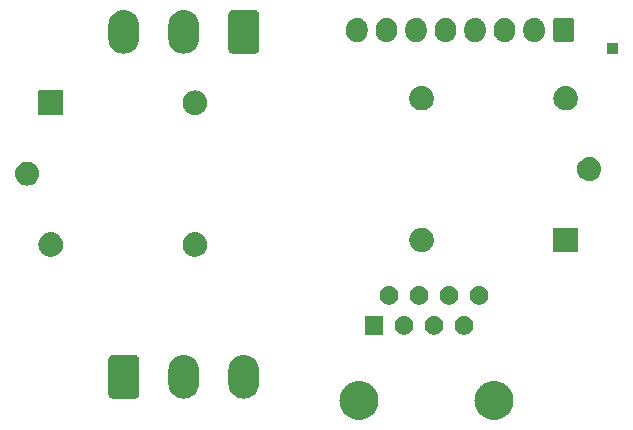
<source format=gbr>
G04 #@! TF.GenerationSoftware,KiCad,Pcbnew,7.99.0-1900-g89780d353a*
G04 #@! TF.CreationDate,2023-08-02T11:36:18+03:00*
G04 #@! TF.ProjectId,RP2040_minimal,52503230-3430-45f6-9d69-6e696d616c2e,REV1*
G04 #@! TF.SameCoordinates,Original*
G04 #@! TF.FileFunction,Soldermask,Bot*
G04 #@! TF.FilePolarity,Negative*
%FSLAX46Y46*%
G04 Gerber Fmt 4.6, Leading zero omitted, Abs format (unit mm)*
G04 Created by KiCad (PCBNEW 7.99.0-1900-g89780d353a) date 2023-08-02 11:36:18*
%MOMM*%
%LPD*%
G01*
G04 APERTURE LIST*
G04 APERTURE END LIST*
G36*
X172173751Y-106276142D02*
G01*
X172236872Y-106276142D01*
X172305850Y-106286538D01*
X172371773Y-106291727D01*
X172424906Y-106304483D01*
X172480849Y-106312915D01*
X172553947Y-106335463D01*
X172623687Y-106352206D01*
X172668784Y-106370885D01*
X172716632Y-106385645D01*
X172791748Y-106421819D01*
X172863038Y-106451348D01*
X172899631Y-106473772D01*
X172938937Y-106492701D01*
X173013700Y-106543674D01*
X173083933Y-106586713D01*
X173112057Y-106610733D01*
X173142802Y-106631695D01*
X173214589Y-106698304D01*
X173280933Y-106754967D01*
X173301079Y-106778555D01*
X173323676Y-106799522D01*
X173389741Y-106882365D01*
X173449187Y-106951967D01*
X173462260Y-106973301D01*
X173477517Y-106992432D01*
X173535050Y-107092083D01*
X173584552Y-107172862D01*
X173591823Y-107190416D01*
X173600885Y-107206112D01*
X173647115Y-107323904D01*
X173683694Y-107412213D01*
X173686717Y-107424808D01*
X173691029Y-107435793D01*
X173723315Y-107577250D01*
X173744173Y-107664127D01*
X173744714Y-107671001D01*
X173745935Y-107676351D01*
X173761846Y-107888688D01*
X173764500Y-107922400D01*
X173761846Y-107956114D01*
X173745935Y-108168448D01*
X173744714Y-108173796D01*
X173744173Y-108180673D01*
X173723311Y-108267568D01*
X173691029Y-108409006D01*
X173686718Y-108419988D01*
X173683694Y-108432587D01*
X173647108Y-108520913D01*
X173600885Y-108638687D01*
X173591824Y-108654379D01*
X173584552Y-108671938D01*
X173535040Y-108752733D01*
X173477517Y-108852367D01*
X173462263Y-108871494D01*
X173449187Y-108892833D01*
X173389729Y-108962448D01*
X173323676Y-109045277D01*
X173301083Y-109066239D01*
X173280933Y-109089833D01*
X173214576Y-109146507D01*
X173142802Y-109213104D01*
X173112063Y-109234061D01*
X173083933Y-109258087D01*
X173013686Y-109301134D01*
X172938937Y-109352098D01*
X172899638Y-109371022D01*
X172863038Y-109393452D01*
X172791733Y-109422987D01*
X172716632Y-109459154D01*
X172668793Y-109473910D01*
X172623687Y-109492594D01*
X172553932Y-109509340D01*
X172480849Y-109531884D01*
X172424914Y-109540314D01*
X172371773Y-109553073D01*
X172305846Y-109558261D01*
X172236872Y-109568658D01*
X172173751Y-109568658D01*
X172113500Y-109573400D01*
X172053249Y-109568658D01*
X171990128Y-109568658D01*
X171921152Y-109558261D01*
X171855227Y-109553073D01*
X171802086Y-109540315D01*
X171746150Y-109531884D01*
X171673062Y-109509339D01*
X171603313Y-109492594D01*
X171558209Y-109473911D01*
X171510367Y-109459154D01*
X171435261Y-109422985D01*
X171363962Y-109393452D01*
X171327361Y-109371023D01*
X171288063Y-109352098D01*
X171213310Y-109301132D01*
X171143067Y-109258087D01*
X171114940Y-109234064D01*
X171084197Y-109213104D01*
X171012411Y-109146496D01*
X170946067Y-109089833D01*
X170925920Y-109066244D01*
X170903323Y-109045277D01*
X170837255Y-108962430D01*
X170777813Y-108892833D01*
X170764740Y-108871499D01*
X170749482Y-108852367D01*
X170691942Y-108752704D01*
X170642448Y-108671938D01*
X170635177Y-108654385D01*
X170626114Y-108638687D01*
X170579872Y-108520867D01*
X170543306Y-108432587D01*
X170540282Y-108419995D01*
X170535970Y-108409006D01*
X170503668Y-108267483D01*
X170482827Y-108180673D01*
X170482286Y-108173803D01*
X170481064Y-108168448D01*
X170465133Y-107955866D01*
X170462500Y-107922400D01*
X170465130Y-107888971D01*
X170481064Y-107676351D01*
X170482286Y-107670995D01*
X170482827Y-107664127D01*
X170503663Y-107577335D01*
X170535970Y-107435793D01*
X170540283Y-107424802D01*
X170543306Y-107412213D01*
X170579865Y-107323950D01*
X170626114Y-107206112D01*
X170635179Y-107190410D01*
X170642448Y-107172862D01*
X170691932Y-107092111D01*
X170749482Y-106992432D01*
X170764742Y-106973295D01*
X170777813Y-106951967D01*
X170837243Y-106882383D01*
X170903323Y-106799522D01*
X170925924Y-106778550D01*
X170946067Y-106754967D01*
X171012397Y-106698315D01*
X171084197Y-106631695D01*
X171114946Y-106610730D01*
X171143067Y-106586713D01*
X171213295Y-106543676D01*
X171288063Y-106492701D01*
X171327369Y-106473772D01*
X171363962Y-106451348D01*
X171435246Y-106421821D01*
X171510367Y-106385645D01*
X171558218Y-106370884D01*
X171603313Y-106352206D01*
X171673047Y-106335464D01*
X171746150Y-106312915D01*
X171802094Y-106304482D01*
X171855227Y-106291727D01*
X171921148Y-106286538D01*
X171990128Y-106276142D01*
X172053249Y-106276142D01*
X172113500Y-106271400D01*
X172173751Y-106276142D01*
G37*
G36*
X183603751Y-106276142D02*
G01*
X183666872Y-106276142D01*
X183735850Y-106286538D01*
X183801773Y-106291727D01*
X183854906Y-106304483D01*
X183910849Y-106312915D01*
X183983947Y-106335463D01*
X184053687Y-106352206D01*
X184098784Y-106370885D01*
X184146632Y-106385645D01*
X184221748Y-106421819D01*
X184293038Y-106451348D01*
X184329631Y-106473772D01*
X184368937Y-106492701D01*
X184443700Y-106543674D01*
X184513933Y-106586713D01*
X184542057Y-106610733D01*
X184572802Y-106631695D01*
X184644589Y-106698304D01*
X184710933Y-106754967D01*
X184731079Y-106778555D01*
X184753676Y-106799522D01*
X184819741Y-106882365D01*
X184879187Y-106951967D01*
X184892260Y-106973301D01*
X184907517Y-106992432D01*
X184965050Y-107092083D01*
X185014552Y-107172862D01*
X185021823Y-107190416D01*
X185030885Y-107206112D01*
X185077115Y-107323904D01*
X185113694Y-107412213D01*
X185116717Y-107424808D01*
X185121029Y-107435793D01*
X185153315Y-107577250D01*
X185174173Y-107664127D01*
X185174714Y-107671001D01*
X185175935Y-107676351D01*
X185191848Y-107888705D01*
X185194500Y-107922400D01*
X185191845Y-107956131D01*
X185175935Y-108168448D01*
X185174714Y-108173796D01*
X185174173Y-108180673D01*
X185153311Y-108267568D01*
X185121029Y-108409006D01*
X185116718Y-108419988D01*
X185113694Y-108432587D01*
X185077108Y-108520913D01*
X185030885Y-108638687D01*
X185021824Y-108654379D01*
X185014552Y-108671938D01*
X184965040Y-108752733D01*
X184907517Y-108852367D01*
X184892263Y-108871494D01*
X184879187Y-108892833D01*
X184819729Y-108962448D01*
X184753676Y-109045277D01*
X184731083Y-109066239D01*
X184710933Y-109089833D01*
X184644576Y-109146507D01*
X184572802Y-109213104D01*
X184542063Y-109234061D01*
X184513933Y-109258087D01*
X184443686Y-109301134D01*
X184368937Y-109352098D01*
X184329638Y-109371022D01*
X184293038Y-109393452D01*
X184221733Y-109422987D01*
X184146632Y-109459154D01*
X184098793Y-109473910D01*
X184053687Y-109492594D01*
X183983932Y-109509340D01*
X183910849Y-109531884D01*
X183854914Y-109540314D01*
X183801773Y-109553073D01*
X183735846Y-109558261D01*
X183666872Y-109568658D01*
X183603751Y-109568658D01*
X183543500Y-109573400D01*
X183483249Y-109568658D01*
X183420128Y-109568658D01*
X183351152Y-109558261D01*
X183285227Y-109553073D01*
X183232086Y-109540315D01*
X183176150Y-109531884D01*
X183103062Y-109509339D01*
X183033313Y-109492594D01*
X182988209Y-109473911D01*
X182940367Y-109459154D01*
X182865261Y-109422985D01*
X182793962Y-109393452D01*
X182757361Y-109371023D01*
X182718063Y-109352098D01*
X182643310Y-109301132D01*
X182573067Y-109258087D01*
X182544940Y-109234064D01*
X182514197Y-109213104D01*
X182442411Y-109146496D01*
X182376067Y-109089833D01*
X182355920Y-109066244D01*
X182333323Y-109045277D01*
X182267255Y-108962430D01*
X182207813Y-108892833D01*
X182194740Y-108871499D01*
X182179482Y-108852367D01*
X182121942Y-108752704D01*
X182072448Y-108671938D01*
X182065177Y-108654385D01*
X182056114Y-108638687D01*
X182009872Y-108520867D01*
X181973306Y-108432587D01*
X181970282Y-108419995D01*
X181965970Y-108409006D01*
X181933668Y-108267483D01*
X181912827Y-108180673D01*
X181912286Y-108173803D01*
X181911064Y-108168448D01*
X181895133Y-107955866D01*
X181892500Y-107922400D01*
X181895130Y-107888971D01*
X181911064Y-107676351D01*
X181912286Y-107670995D01*
X181912827Y-107664127D01*
X181933663Y-107577335D01*
X181965970Y-107435793D01*
X181970283Y-107424802D01*
X181973306Y-107412213D01*
X182009865Y-107323950D01*
X182056114Y-107206112D01*
X182065179Y-107190410D01*
X182072448Y-107172862D01*
X182121932Y-107092111D01*
X182179482Y-106992432D01*
X182194742Y-106973295D01*
X182207813Y-106951967D01*
X182267243Y-106882383D01*
X182333323Y-106799522D01*
X182355924Y-106778550D01*
X182376067Y-106754967D01*
X182442397Y-106698315D01*
X182514197Y-106631695D01*
X182544946Y-106610730D01*
X182573067Y-106586713D01*
X182643295Y-106543676D01*
X182718063Y-106492701D01*
X182757369Y-106473772D01*
X182793962Y-106451348D01*
X182865246Y-106421821D01*
X182940367Y-106385645D01*
X182988218Y-106370884D01*
X183033313Y-106352206D01*
X183103047Y-106335464D01*
X183176150Y-106312915D01*
X183232094Y-106304482D01*
X183285227Y-106291727D01*
X183351148Y-106286538D01*
X183420128Y-106276142D01*
X183483249Y-106276142D01*
X183543500Y-106271400D01*
X183603751Y-106276142D01*
G37*
G36*
X153245810Y-104092012D02*
G01*
X153251356Y-104094723D01*
X153253961Y-104095136D01*
X153295627Y-104116365D01*
X153349757Y-104142828D01*
X153431572Y-104224643D01*
X153458045Y-104278796D01*
X153479263Y-104320438D01*
X153479675Y-104323040D01*
X153482388Y-104328590D01*
X153497000Y-104428880D01*
X153497000Y-107427920D01*
X153482388Y-107528210D01*
X153479675Y-107533759D01*
X153479263Y-107536361D01*
X153458057Y-107577978D01*
X153431572Y-107632157D01*
X153349757Y-107713972D01*
X153295578Y-107740457D01*
X153253961Y-107761663D01*
X153251359Y-107762075D01*
X153245810Y-107764788D01*
X153145520Y-107779400D01*
X151246480Y-107779400D01*
X151146190Y-107764788D01*
X151140640Y-107762075D01*
X151138038Y-107761663D01*
X151096396Y-107740445D01*
X151042243Y-107713972D01*
X150960428Y-107632157D01*
X150933965Y-107578027D01*
X150912736Y-107536361D01*
X150912323Y-107533756D01*
X150909612Y-107528210D01*
X150895000Y-107427920D01*
X150895000Y-104428880D01*
X150909612Y-104328590D01*
X150912323Y-104323043D01*
X150912736Y-104320438D01*
X150933977Y-104278747D01*
X150960428Y-104224643D01*
X151042243Y-104142828D01*
X151096347Y-104116377D01*
X151138038Y-104095136D01*
X151140643Y-104094723D01*
X151146190Y-104092012D01*
X151246480Y-104077400D01*
X153145520Y-104077400D01*
X153245810Y-104092012D01*
G37*
G36*
X157501916Y-104097165D02*
G01*
X157720968Y-104155860D01*
X157926500Y-104251701D01*
X158112267Y-104381776D01*
X158272624Y-104542133D01*
X158402699Y-104727900D01*
X158498540Y-104933432D01*
X158557235Y-105152484D01*
X158577000Y-105378400D01*
X158577000Y-106478400D01*
X158557235Y-106704316D01*
X158498540Y-106923368D01*
X158402699Y-107128900D01*
X158272624Y-107314667D01*
X158112267Y-107475024D01*
X157926500Y-107605099D01*
X157720968Y-107700940D01*
X157501916Y-107759635D01*
X157276000Y-107779400D01*
X157050084Y-107759635D01*
X156831032Y-107700940D01*
X156625500Y-107605099D01*
X156439733Y-107475024D01*
X156279376Y-107314667D01*
X156149301Y-107128900D01*
X156053460Y-106923368D01*
X155994765Y-106704316D01*
X155975000Y-106478400D01*
X155975000Y-105378400D01*
X155994765Y-105152484D01*
X156053460Y-104933432D01*
X156149301Y-104727900D01*
X156279376Y-104542133D01*
X156439733Y-104381776D01*
X156625500Y-104251701D01*
X156831032Y-104155860D01*
X157050084Y-104097165D01*
X157276000Y-104077400D01*
X157501916Y-104097165D01*
G37*
G36*
X162581916Y-104097165D02*
G01*
X162800968Y-104155860D01*
X163006500Y-104251701D01*
X163192267Y-104381776D01*
X163352624Y-104542133D01*
X163482699Y-104727900D01*
X163578540Y-104933432D01*
X163637235Y-105152484D01*
X163657000Y-105378400D01*
X163657000Y-106478400D01*
X163637235Y-106704316D01*
X163578540Y-106923368D01*
X163482699Y-107128900D01*
X163352624Y-107314667D01*
X163192267Y-107475024D01*
X163006500Y-107605099D01*
X162800968Y-107700940D01*
X162581916Y-107759635D01*
X162356000Y-107779400D01*
X162130084Y-107759635D01*
X161911032Y-107700940D01*
X161705500Y-107605099D01*
X161519733Y-107475024D01*
X161359376Y-107314667D01*
X161229301Y-107128900D01*
X161133460Y-106923368D01*
X161074765Y-106704316D01*
X161055000Y-106478400D01*
X161055000Y-105378400D01*
X161074765Y-105152484D01*
X161133460Y-104933432D01*
X161229301Y-104727900D01*
X161359376Y-104542133D01*
X161519733Y-104381776D01*
X161705500Y-104251701D01*
X161911032Y-104155860D01*
X162130084Y-104097165D01*
X162356000Y-104077400D01*
X162581916Y-104097165D01*
G37*
G36*
X174153017Y-100775282D02*
G01*
X174169562Y-100786338D01*
X174180618Y-100802883D01*
X174184500Y-100822400D01*
X174184500Y-102322400D01*
X174180618Y-102341917D01*
X174169562Y-102358462D01*
X174153017Y-102369518D01*
X174133500Y-102373400D01*
X172633500Y-102373400D01*
X172613983Y-102369518D01*
X172597438Y-102358462D01*
X172586382Y-102341917D01*
X172582500Y-102322400D01*
X172582500Y-100822400D01*
X172586382Y-100802883D01*
X172597438Y-100786338D01*
X172613983Y-100775282D01*
X172633500Y-100771400D01*
X174133500Y-100771400D01*
X174153017Y-100775282D01*
G37*
G36*
X175964627Y-100776034D02*
G01*
X176007200Y-100776034D01*
X176055225Y-100786242D01*
X176101739Y-100791483D01*
X176135562Y-100803318D01*
X176170945Y-100810839D01*
X176221937Y-100833541D01*
X176271041Y-100850724D01*
X176296598Y-100866783D01*
X176323877Y-100878928D01*
X176374742Y-100915883D01*
X176422915Y-100946153D01*
X176440215Y-100963453D01*
X176459308Y-100977325D01*
X176506510Y-101029748D01*
X176549747Y-101072985D01*
X176559692Y-101088812D01*
X176571324Y-101101731D01*
X176611114Y-101170650D01*
X176645176Y-101224859D01*
X176649429Y-101237013D01*
X176655022Y-101246701D01*
X176683660Y-101334842D01*
X176704417Y-101394161D01*
X176705204Y-101401146D01*
X176706754Y-101405917D01*
X176720809Y-101539642D01*
X176724500Y-101572400D01*
X176720808Y-101605160D01*
X176706754Y-101738882D01*
X176705204Y-101743651D01*
X176704417Y-101750639D01*
X176683656Y-101809970D01*
X176655022Y-101898098D01*
X176649430Y-101907783D01*
X176645176Y-101919941D01*
X176611107Y-101974160D01*
X176571324Y-102043068D01*
X176559694Y-102055984D01*
X176549747Y-102071815D01*
X176506501Y-102115060D01*
X176459308Y-102167474D01*
X176440218Y-102181343D01*
X176422915Y-102198647D01*
X176374731Y-102228922D01*
X176323877Y-102265871D01*
X176296604Y-102278013D01*
X176271041Y-102294076D01*
X176221926Y-102311261D01*
X176170945Y-102333960D01*
X176135567Y-102341479D01*
X176101739Y-102353317D01*
X176055222Y-102358558D01*
X176007200Y-102368766D01*
X175964627Y-102368766D01*
X175923500Y-102373400D01*
X175882373Y-102368766D01*
X175839800Y-102368766D01*
X175791776Y-102358558D01*
X175745261Y-102353317D01*
X175711433Y-102341480D01*
X175676054Y-102333960D01*
X175625068Y-102311260D01*
X175575959Y-102294076D01*
X175550398Y-102278014D01*
X175523122Y-102265871D01*
X175472260Y-102228917D01*
X175424085Y-102198647D01*
X175406783Y-102181345D01*
X175387691Y-102167474D01*
X175340488Y-102115050D01*
X175297253Y-102071815D01*
X175287308Y-102055987D01*
X175275675Y-102043068D01*
X175235880Y-101974140D01*
X175201824Y-101919941D01*
X175197571Y-101907788D01*
X175191977Y-101898098D01*
X175163329Y-101809930D01*
X175142583Y-101750639D01*
X175141796Y-101743656D01*
X175140245Y-101738882D01*
X175126176Y-101605028D01*
X175122500Y-101572400D01*
X175126176Y-101539774D01*
X175140245Y-101405917D01*
X175141796Y-101401142D01*
X175142583Y-101394161D01*
X175163325Y-101334882D01*
X175191977Y-101246701D01*
X175197572Y-101237009D01*
X175201824Y-101224859D01*
X175235873Y-101170670D01*
X175275675Y-101101731D01*
X175287310Y-101088808D01*
X175297253Y-101072985D01*
X175340479Y-101029758D01*
X175387691Y-100977325D01*
X175406787Y-100963450D01*
X175424085Y-100946153D01*
X175472255Y-100915885D01*
X175523123Y-100878928D01*
X175550401Y-100866782D01*
X175575959Y-100850724D01*
X175625059Y-100833542D01*
X175676054Y-100810839D01*
X175711439Y-100803317D01*
X175745261Y-100791483D01*
X175791773Y-100786242D01*
X175839800Y-100776034D01*
X175882373Y-100776034D01*
X175923500Y-100771400D01*
X175964627Y-100776034D01*
G37*
G36*
X178504627Y-100776034D02*
G01*
X178547200Y-100776034D01*
X178595225Y-100786242D01*
X178641739Y-100791483D01*
X178675562Y-100803318D01*
X178710945Y-100810839D01*
X178761937Y-100833541D01*
X178811041Y-100850724D01*
X178836598Y-100866783D01*
X178863877Y-100878928D01*
X178914742Y-100915883D01*
X178962915Y-100946153D01*
X178980215Y-100963453D01*
X178999308Y-100977325D01*
X179046510Y-101029748D01*
X179089747Y-101072985D01*
X179099692Y-101088812D01*
X179111324Y-101101731D01*
X179151114Y-101170650D01*
X179185176Y-101224859D01*
X179189429Y-101237013D01*
X179195022Y-101246701D01*
X179223660Y-101334842D01*
X179244417Y-101394161D01*
X179245204Y-101401146D01*
X179246754Y-101405917D01*
X179260810Y-101539653D01*
X179264500Y-101572400D01*
X179260807Y-101605171D01*
X179246754Y-101738882D01*
X179245204Y-101743651D01*
X179244417Y-101750639D01*
X179223656Y-101809970D01*
X179195022Y-101898098D01*
X179189430Y-101907783D01*
X179185176Y-101919941D01*
X179151107Y-101974160D01*
X179111324Y-102043068D01*
X179099694Y-102055984D01*
X179089747Y-102071815D01*
X179046501Y-102115060D01*
X178999308Y-102167474D01*
X178980218Y-102181343D01*
X178962915Y-102198647D01*
X178914731Y-102228922D01*
X178863877Y-102265871D01*
X178836604Y-102278013D01*
X178811041Y-102294076D01*
X178761926Y-102311261D01*
X178710945Y-102333960D01*
X178675567Y-102341479D01*
X178641739Y-102353317D01*
X178595222Y-102358558D01*
X178547200Y-102368766D01*
X178504627Y-102368766D01*
X178463500Y-102373400D01*
X178422373Y-102368766D01*
X178379800Y-102368766D01*
X178331776Y-102358558D01*
X178285261Y-102353317D01*
X178251433Y-102341480D01*
X178216054Y-102333960D01*
X178165068Y-102311260D01*
X178115959Y-102294076D01*
X178090398Y-102278014D01*
X178063122Y-102265871D01*
X178012260Y-102228917D01*
X177964085Y-102198647D01*
X177946783Y-102181345D01*
X177927691Y-102167474D01*
X177880488Y-102115050D01*
X177837253Y-102071815D01*
X177827308Y-102055987D01*
X177815675Y-102043068D01*
X177775880Y-101974140D01*
X177741824Y-101919941D01*
X177737571Y-101907788D01*
X177731977Y-101898098D01*
X177703329Y-101809930D01*
X177682583Y-101750639D01*
X177681796Y-101743656D01*
X177680245Y-101738882D01*
X177666177Y-101605039D01*
X177662500Y-101572400D01*
X177666174Y-101539785D01*
X177680245Y-101405917D01*
X177681796Y-101401142D01*
X177682583Y-101394161D01*
X177703325Y-101334882D01*
X177731977Y-101246701D01*
X177737572Y-101237009D01*
X177741824Y-101224859D01*
X177775873Y-101170670D01*
X177815675Y-101101731D01*
X177827310Y-101088808D01*
X177837253Y-101072985D01*
X177880479Y-101029758D01*
X177927691Y-100977325D01*
X177946787Y-100963450D01*
X177964085Y-100946153D01*
X178012255Y-100915885D01*
X178063123Y-100878928D01*
X178090401Y-100866782D01*
X178115959Y-100850724D01*
X178165059Y-100833542D01*
X178216054Y-100810839D01*
X178251439Y-100803317D01*
X178285261Y-100791483D01*
X178331773Y-100786242D01*
X178379800Y-100776034D01*
X178422373Y-100776034D01*
X178463500Y-100771400D01*
X178504627Y-100776034D01*
G37*
G36*
X181044627Y-100776034D02*
G01*
X181087200Y-100776034D01*
X181135225Y-100786242D01*
X181181739Y-100791483D01*
X181215562Y-100803318D01*
X181250945Y-100810839D01*
X181301937Y-100833541D01*
X181351041Y-100850724D01*
X181376598Y-100866783D01*
X181403877Y-100878928D01*
X181454742Y-100915883D01*
X181502915Y-100946153D01*
X181520215Y-100963453D01*
X181539308Y-100977325D01*
X181586510Y-101029748D01*
X181629747Y-101072985D01*
X181639692Y-101088812D01*
X181651324Y-101101731D01*
X181691114Y-101170650D01*
X181725176Y-101224859D01*
X181729429Y-101237013D01*
X181735022Y-101246701D01*
X181763660Y-101334842D01*
X181784417Y-101394161D01*
X181785204Y-101401146D01*
X181786754Y-101405917D01*
X181800809Y-101539642D01*
X181804500Y-101572400D01*
X181800808Y-101605160D01*
X181786754Y-101738882D01*
X181785204Y-101743651D01*
X181784417Y-101750639D01*
X181763656Y-101809970D01*
X181735022Y-101898098D01*
X181729430Y-101907783D01*
X181725176Y-101919941D01*
X181691107Y-101974160D01*
X181651324Y-102043068D01*
X181639694Y-102055984D01*
X181629747Y-102071815D01*
X181586501Y-102115060D01*
X181539308Y-102167474D01*
X181520218Y-102181343D01*
X181502915Y-102198647D01*
X181454731Y-102228922D01*
X181403877Y-102265871D01*
X181376604Y-102278013D01*
X181351041Y-102294076D01*
X181301926Y-102311261D01*
X181250945Y-102333960D01*
X181215567Y-102341479D01*
X181181739Y-102353317D01*
X181135222Y-102358558D01*
X181087200Y-102368766D01*
X181044627Y-102368766D01*
X181003500Y-102373400D01*
X180962373Y-102368766D01*
X180919800Y-102368766D01*
X180871776Y-102358558D01*
X180825261Y-102353317D01*
X180791433Y-102341480D01*
X180756054Y-102333960D01*
X180705068Y-102311260D01*
X180655959Y-102294076D01*
X180630398Y-102278014D01*
X180603122Y-102265871D01*
X180552260Y-102228917D01*
X180504085Y-102198647D01*
X180486783Y-102181345D01*
X180467691Y-102167474D01*
X180420488Y-102115050D01*
X180377253Y-102071815D01*
X180367308Y-102055987D01*
X180355675Y-102043068D01*
X180315880Y-101974140D01*
X180281824Y-101919941D01*
X180277571Y-101907788D01*
X180271977Y-101898098D01*
X180243329Y-101809930D01*
X180222583Y-101750639D01*
X180221796Y-101743656D01*
X180220245Y-101738882D01*
X180206176Y-101605028D01*
X180202500Y-101572400D01*
X180206176Y-101539774D01*
X180220245Y-101405917D01*
X180221796Y-101401142D01*
X180222583Y-101394161D01*
X180243325Y-101334882D01*
X180271977Y-101246701D01*
X180277572Y-101237009D01*
X180281824Y-101224859D01*
X180315873Y-101170670D01*
X180355675Y-101101731D01*
X180367310Y-101088808D01*
X180377253Y-101072985D01*
X180420479Y-101029758D01*
X180467691Y-100977325D01*
X180486787Y-100963450D01*
X180504085Y-100946153D01*
X180552255Y-100915885D01*
X180603123Y-100878928D01*
X180630401Y-100866782D01*
X180655959Y-100850724D01*
X180705059Y-100833542D01*
X180756054Y-100810839D01*
X180791439Y-100803317D01*
X180825261Y-100791483D01*
X180871773Y-100786242D01*
X180919800Y-100776034D01*
X180962373Y-100776034D01*
X181003500Y-100771400D01*
X181044627Y-100776034D01*
G37*
G36*
X174694627Y-98236034D02*
G01*
X174737200Y-98236034D01*
X174785225Y-98246242D01*
X174831739Y-98251483D01*
X174865562Y-98263318D01*
X174900945Y-98270839D01*
X174951937Y-98293541D01*
X175001041Y-98310724D01*
X175026598Y-98326783D01*
X175053877Y-98338928D01*
X175104742Y-98375883D01*
X175152915Y-98406153D01*
X175170215Y-98423453D01*
X175189308Y-98437325D01*
X175236510Y-98489748D01*
X175279747Y-98532985D01*
X175289692Y-98548812D01*
X175301324Y-98561731D01*
X175341114Y-98630650D01*
X175375176Y-98684859D01*
X175379429Y-98697013D01*
X175385022Y-98706701D01*
X175413660Y-98794842D01*
X175434417Y-98854161D01*
X175435204Y-98861146D01*
X175436754Y-98865917D01*
X175450809Y-98999642D01*
X175454500Y-99032400D01*
X175450808Y-99065160D01*
X175436754Y-99198882D01*
X175435204Y-99203651D01*
X175434417Y-99210639D01*
X175413656Y-99269970D01*
X175385022Y-99358098D01*
X175379430Y-99367783D01*
X175375176Y-99379941D01*
X175341107Y-99434160D01*
X175301324Y-99503068D01*
X175289694Y-99515984D01*
X175279747Y-99531815D01*
X175236501Y-99575060D01*
X175189308Y-99627474D01*
X175170218Y-99641343D01*
X175152915Y-99658647D01*
X175104731Y-99688922D01*
X175053877Y-99725871D01*
X175026604Y-99738013D01*
X175001041Y-99754076D01*
X174951926Y-99771261D01*
X174900945Y-99793960D01*
X174865567Y-99801479D01*
X174831739Y-99813317D01*
X174785222Y-99818558D01*
X174737200Y-99828766D01*
X174694627Y-99828766D01*
X174653500Y-99833400D01*
X174612373Y-99828766D01*
X174569800Y-99828766D01*
X174521776Y-99818558D01*
X174475261Y-99813317D01*
X174441433Y-99801480D01*
X174406054Y-99793960D01*
X174355068Y-99771260D01*
X174305959Y-99754076D01*
X174280398Y-99738014D01*
X174253122Y-99725871D01*
X174202260Y-99688917D01*
X174154085Y-99658647D01*
X174136783Y-99641345D01*
X174117691Y-99627474D01*
X174070488Y-99575050D01*
X174027253Y-99531815D01*
X174017308Y-99515987D01*
X174005675Y-99503068D01*
X173965880Y-99434140D01*
X173931824Y-99379941D01*
X173927571Y-99367788D01*
X173921977Y-99358098D01*
X173893329Y-99269930D01*
X173872583Y-99210639D01*
X173871796Y-99203656D01*
X173870245Y-99198882D01*
X173856176Y-99065028D01*
X173852500Y-99032400D01*
X173856176Y-98999774D01*
X173870245Y-98865917D01*
X173871796Y-98861142D01*
X173872583Y-98854161D01*
X173893325Y-98794882D01*
X173921977Y-98706701D01*
X173927572Y-98697009D01*
X173931824Y-98684859D01*
X173965873Y-98630670D01*
X174005675Y-98561731D01*
X174017310Y-98548808D01*
X174027253Y-98532985D01*
X174070479Y-98489758D01*
X174117691Y-98437325D01*
X174136787Y-98423450D01*
X174154085Y-98406153D01*
X174202255Y-98375885D01*
X174253123Y-98338928D01*
X174280401Y-98326782D01*
X174305959Y-98310724D01*
X174355059Y-98293542D01*
X174406054Y-98270839D01*
X174441439Y-98263317D01*
X174475261Y-98251483D01*
X174521773Y-98246242D01*
X174569800Y-98236034D01*
X174612373Y-98236034D01*
X174653500Y-98231400D01*
X174694627Y-98236034D01*
G37*
G36*
X177234627Y-98236034D02*
G01*
X177277200Y-98236034D01*
X177325225Y-98246242D01*
X177371739Y-98251483D01*
X177405562Y-98263318D01*
X177440945Y-98270839D01*
X177491937Y-98293541D01*
X177541041Y-98310724D01*
X177566598Y-98326783D01*
X177593877Y-98338928D01*
X177644742Y-98375883D01*
X177692915Y-98406153D01*
X177710215Y-98423453D01*
X177729308Y-98437325D01*
X177776510Y-98489748D01*
X177819747Y-98532985D01*
X177829692Y-98548812D01*
X177841324Y-98561731D01*
X177881114Y-98630650D01*
X177915176Y-98684859D01*
X177919429Y-98697013D01*
X177925022Y-98706701D01*
X177953660Y-98794842D01*
X177974417Y-98854161D01*
X177975204Y-98861146D01*
X177976754Y-98865917D01*
X177990809Y-98999642D01*
X177994500Y-99032400D01*
X177990808Y-99065160D01*
X177976754Y-99198882D01*
X177975204Y-99203651D01*
X177974417Y-99210639D01*
X177953656Y-99269970D01*
X177925022Y-99358098D01*
X177919430Y-99367783D01*
X177915176Y-99379941D01*
X177881107Y-99434160D01*
X177841324Y-99503068D01*
X177829694Y-99515984D01*
X177819747Y-99531815D01*
X177776501Y-99575060D01*
X177729308Y-99627474D01*
X177710218Y-99641343D01*
X177692915Y-99658647D01*
X177644731Y-99688922D01*
X177593877Y-99725871D01*
X177566604Y-99738013D01*
X177541041Y-99754076D01*
X177491926Y-99771261D01*
X177440945Y-99793960D01*
X177405567Y-99801479D01*
X177371739Y-99813317D01*
X177325222Y-99818558D01*
X177277200Y-99828766D01*
X177234627Y-99828766D01*
X177193500Y-99833400D01*
X177152373Y-99828766D01*
X177109800Y-99828766D01*
X177061776Y-99818558D01*
X177015261Y-99813317D01*
X176981433Y-99801480D01*
X176946054Y-99793960D01*
X176895068Y-99771260D01*
X176845959Y-99754076D01*
X176820398Y-99738014D01*
X176793122Y-99725871D01*
X176742260Y-99688917D01*
X176694085Y-99658647D01*
X176676783Y-99641345D01*
X176657691Y-99627474D01*
X176610488Y-99575050D01*
X176567253Y-99531815D01*
X176557308Y-99515987D01*
X176545675Y-99503068D01*
X176505880Y-99434140D01*
X176471824Y-99379941D01*
X176467571Y-99367788D01*
X176461977Y-99358098D01*
X176433329Y-99269930D01*
X176412583Y-99210639D01*
X176411796Y-99203656D01*
X176410245Y-99198882D01*
X176396176Y-99065028D01*
X176392500Y-99032400D01*
X176396176Y-98999774D01*
X176410245Y-98865917D01*
X176411796Y-98861142D01*
X176412583Y-98854161D01*
X176433325Y-98794882D01*
X176461977Y-98706701D01*
X176467572Y-98697009D01*
X176471824Y-98684859D01*
X176505873Y-98630670D01*
X176545675Y-98561731D01*
X176557310Y-98548808D01*
X176567253Y-98532985D01*
X176610479Y-98489758D01*
X176657691Y-98437325D01*
X176676787Y-98423450D01*
X176694085Y-98406153D01*
X176742255Y-98375885D01*
X176793123Y-98338928D01*
X176820401Y-98326782D01*
X176845959Y-98310724D01*
X176895059Y-98293542D01*
X176946054Y-98270839D01*
X176981439Y-98263317D01*
X177015261Y-98251483D01*
X177061773Y-98246242D01*
X177109800Y-98236034D01*
X177152373Y-98236034D01*
X177193500Y-98231400D01*
X177234627Y-98236034D01*
G37*
G36*
X179774627Y-98236034D02*
G01*
X179817200Y-98236034D01*
X179865225Y-98246242D01*
X179911739Y-98251483D01*
X179945562Y-98263318D01*
X179980945Y-98270839D01*
X180031937Y-98293541D01*
X180081041Y-98310724D01*
X180106598Y-98326783D01*
X180133877Y-98338928D01*
X180184742Y-98375883D01*
X180232915Y-98406153D01*
X180250215Y-98423453D01*
X180269308Y-98437325D01*
X180316510Y-98489748D01*
X180359747Y-98532985D01*
X180369692Y-98548812D01*
X180381324Y-98561731D01*
X180421114Y-98630650D01*
X180455176Y-98684859D01*
X180459429Y-98697013D01*
X180465022Y-98706701D01*
X180493660Y-98794842D01*
X180514417Y-98854161D01*
X180515204Y-98861146D01*
X180516754Y-98865917D01*
X180530809Y-98999642D01*
X180534500Y-99032400D01*
X180530808Y-99065160D01*
X180516754Y-99198882D01*
X180515204Y-99203651D01*
X180514417Y-99210639D01*
X180493656Y-99269970D01*
X180465022Y-99358098D01*
X180459430Y-99367783D01*
X180455176Y-99379941D01*
X180421107Y-99434160D01*
X180381324Y-99503068D01*
X180369694Y-99515984D01*
X180359747Y-99531815D01*
X180316501Y-99575060D01*
X180269308Y-99627474D01*
X180250218Y-99641343D01*
X180232915Y-99658647D01*
X180184731Y-99688922D01*
X180133877Y-99725871D01*
X180106604Y-99738013D01*
X180081041Y-99754076D01*
X180031926Y-99771261D01*
X179980945Y-99793960D01*
X179945567Y-99801479D01*
X179911739Y-99813317D01*
X179865222Y-99818558D01*
X179817200Y-99828766D01*
X179774627Y-99828766D01*
X179733500Y-99833400D01*
X179692373Y-99828766D01*
X179649800Y-99828766D01*
X179601776Y-99818558D01*
X179555261Y-99813317D01*
X179521433Y-99801480D01*
X179486054Y-99793960D01*
X179435068Y-99771260D01*
X179385959Y-99754076D01*
X179360398Y-99738014D01*
X179333122Y-99725871D01*
X179282260Y-99688917D01*
X179234085Y-99658647D01*
X179216783Y-99641345D01*
X179197691Y-99627474D01*
X179150488Y-99575050D01*
X179107253Y-99531815D01*
X179097308Y-99515987D01*
X179085675Y-99503068D01*
X179045880Y-99434140D01*
X179011824Y-99379941D01*
X179007571Y-99367788D01*
X179001977Y-99358098D01*
X178973329Y-99269930D01*
X178952583Y-99210639D01*
X178951796Y-99203656D01*
X178950245Y-99198882D01*
X178936176Y-99065028D01*
X178932500Y-99032400D01*
X178936176Y-98999774D01*
X178950245Y-98865917D01*
X178951796Y-98861142D01*
X178952583Y-98854161D01*
X178973325Y-98794882D01*
X179001977Y-98706701D01*
X179007572Y-98697009D01*
X179011824Y-98684859D01*
X179045873Y-98630670D01*
X179085675Y-98561731D01*
X179097310Y-98548808D01*
X179107253Y-98532985D01*
X179150479Y-98489758D01*
X179197691Y-98437325D01*
X179216787Y-98423450D01*
X179234085Y-98406153D01*
X179282255Y-98375885D01*
X179333123Y-98338928D01*
X179360401Y-98326782D01*
X179385959Y-98310724D01*
X179435059Y-98293542D01*
X179486054Y-98270839D01*
X179521439Y-98263317D01*
X179555261Y-98251483D01*
X179601773Y-98246242D01*
X179649800Y-98236034D01*
X179692373Y-98236034D01*
X179733500Y-98231400D01*
X179774627Y-98236034D01*
G37*
G36*
X182314627Y-98236034D02*
G01*
X182357200Y-98236034D01*
X182405225Y-98246242D01*
X182451739Y-98251483D01*
X182485562Y-98263318D01*
X182520945Y-98270839D01*
X182571937Y-98293541D01*
X182621041Y-98310724D01*
X182646598Y-98326783D01*
X182673877Y-98338928D01*
X182724742Y-98375883D01*
X182772915Y-98406153D01*
X182790215Y-98423453D01*
X182809308Y-98437325D01*
X182856510Y-98489748D01*
X182899747Y-98532985D01*
X182909692Y-98548812D01*
X182921324Y-98561731D01*
X182961114Y-98630650D01*
X182995176Y-98684859D01*
X182999429Y-98697013D01*
X183005022Y-98706701D01*
X183033660Y-98794842D01*
X183054417Y-98854161D01*
X183055204Y-98861146D01*
X183056754Y-98865917D01*
X183070809Y-98999642D01*
X183074500Y-99032400D01*
X183070808Y-99065160D01*
X183056754Y-99198882D01*
X183055204Y-99203651D01*
X183054417Y-99210639D01*
X183033656Y-99269970D01*
X183005022Y-99358098D01*
X182999430Y-99367783D01*
X182995176Y-99379941D01*
X182961107Y-99434160D01*
X182921324Y-99503068D01*
X182909694Y-99515984D01*
X182899747Y-99531815D01*
X182856501Y-99575060D01*
X182809308Y-99627474D01*
X182790218Y-99641343D01*
X182772915Y-99658647D01*
X182724731Y-99688922D01*
X182673877Y-99725871D01*
X182646604Y-99738013D01*
X182621041Y-99754076D01*
X182571926Y-99771261D01*
X182520945Y-99793960D01*
X182485567Y-99801479D01*
X182451739Y-99813317D01*
X182405222Y-99818558D01*
X182357200Y-99828766D01*
X182314627Y-99828766D01*
X182273500Y-99833400D01*
X182232373Y-99828766D01*
X182189800Y-99828766D01*
X182141776Y-99818558D01*
X182095261Y-99813317D01*
X182061433Y-99801480D01*
X182026054Y-99793960D01*
X181975068Y-99771260D01*
X181925959Y-99754076D01*
X181900398Y-99738014D01*
X181873122Y-99725871D01*
X181822260Y-99688917D01*
X181774085Y-99658647D01*
X181756783Y-99641345D01*
X181737691Y-99627474D01*
X181690488Y-99575050D01*
X181647253Y-99531815D01*
X181637308Y-99515987D01*
X181625675Y-99503068D01*
X181585880Y-99434140D01*
X181551824Y-99379941D01*
X181547571Y-99367788D01*
X181541977Y-99358098D01*
X181513329Y-99269930D01*
X181492583Y-99210639D01*
X181491796Y-99203656D01*
X181490245Y-99198882D01*
X181476176Y-99065028D01*
X181472500Y-99032400D01*
X181476176Y-98999774D01*
X181490245Y-98865917D01*
X181491796Y-98861142D01*
X181492583Y-98854161D01*
X181513325Y-98794882D01*
X181541977Y-98706701D01*
X181547572Y-98697009D01*
X181551824Y-98684859D01*
X181585873Y-98630670D01*
X181625675Y-98561731D01*
X181637310Y-98548808D01*
X181647253Y-98532985D01*
X181690479Y-98489758D01*
X181737691Y-98437325D01*
X181756787Y-98423450D01*
X181774085Y-98406153D01*
X181822255Y-98375885D01*
X181873123Y-98338928D01*
X181900401Y-98326782D01*
X181925959Y-98310724D01*
X181975059Y-98293542D01*
X182026054Y-98270839D01*
X182061439Y-98263317D01*
X182095261Y-98251483D01*
X182141773Y-98246242D01*
X182189800Y-98236034D01*
X182232373Y-98236034D01*
X182273500Y-98231400D01*
X182314627Y-98236034D01*
G37*
G36*
X146063039Y-93692033D02*
G01*
X146112033Y-93692033D01*
X146166602Y-93702233D01*
X146219089Y-93707403D01*
X146258957Y-93719496D01*
X146300831Y-93727324D01*
X146358819Y-93749789D01*
X146414373Y-93766641D01*
X146446121Y-93783610D01*
X146479926Y-93796707D01*
X146538667Y-93833077D01*
X146594349Y-93862840D01*
X146617739Y-93882036D01*
X146643225Y-93897816D01*
X146699697Y-93949297D01*
X146752098Y-93992302D01*
X146767627Y-94011224D01*
X146785167Y-94027214D01*
X146836082Y-94094636D01*
X146881560Y-94150051D01*
X146890354Y-94166504D01*
X146900913Y-94180486D01*
X146942918Y-94264845D01*
X146977759Y-94330027D01*
X146981475Y-94342277D01*
X146986523Y-94352415D01*
X147016350Y-94457249D01*
X147036997Y-94525311D01*
X147037675Y-94532195D01*
X147039085Y-94537151D01*
X147053738Y-94695290D01*
X147057000Y-94728400D01*
X147053738Y-94761511D01*
X147039085Y-94919648D01*
X147037675Y-94924602D01*
X147036997Y-94931489D01*
X147016346Y-94999565D01*
X146986523Y-95104384D01*
X146981475Y-95114520D01*
X146977759Y-95126773D01*
X146942911Y-95191968D01*
X146900913Y-95276313D01*
X146890356Y-95290292D01*
X146881560Y-95306749D01*
X146836073Y-95362174D01*
X146785167Y-95429585D01*
X146767630Y-95445571D01*
X146752098Y-95464498D01*
X146699686Y-95507511D01*
X146643225Y-95558983D01*
X146617744Y-95574759D01*
X146594349Y-95593960D01*
X146538655Y-95623728D01*
X146479926Y-95660092D01*
X146446127Y-95673185D01*
X146414373Y-95690159D01*
X146358807Y-95707014D01*
X146300831Y-95729475D01*
X146258964Y-95737301D01*
X146219089Y-95749397D01*
X146166599Y-95754566D01*
X146112033Y-95764767D01*
X146063039Y-95764767D01*
X146016000Y-95769400D01*
X145968961Y-95764767D01*
X145919967Y-95764767D01*
X145865399Y-95754566D01*
X145812911Y-95749397D01*
X145773037Y-95737301D01*
X145731168Y-95729475D01*
X145673187Y-95707013D01*
X145617627Y-95690159D01*
X145585874Y-95673187D01*
X145552073Y-95660092D01*
X145493336Y-95623724D01*
X145437651Y-95593960D01*
X145414258Y-95574761D01*
X145388774Y-95558983D01*
X145332303Y-95507503D01*
X145279902Y-95464498D01*
X145264372Y-95445575D01*
X145246832Y-95429585D01*
X145195914Y-95362159D01*
X145150440Y-95306749D01*
X145141646Y-95290296D01*
X145131086Y-95276313D01*
X145089074Y-95191941D01*
X145054241Y-95126773D01*
X145050525Y-95114525D01*
X145045476Y-95104384D01*
X145015637Y-94999512D01*
X144995003Y-94931489D01*
X144994325Y-94924608D01*
X144992914Y-94919648D01*
X144978244Y-94761340D01*
X144975000Y-94728400D01*
X144978244Y-94695462D01*
X144992914Y-94537151D01*
X144994325Y-94532190D01*
X144995003Y-94525311D01*
X145015632Y-94457302D01*
X145045476Y-94352415D01*
X145050526Y-94342272D01*
X145054241Y-94330027D01*
X145089066Y-94264872D01*
X145131086Y-94180486D01*
X145141648Y-94166499D01*
X145150440Y-94150051D01*
X145195904Y-94094652D01*
X145246832Y-94027214D01*
X145264375Y-94011220D01*
X145279902Y-93992302D01*
X145332292Y-93949305D01*
X145388774Y-93897816D01*
X145414263Y-93882033D01*
X145437651Y-93862840D01*
X145493325Y-93833081D01*
X145552073Y-93796707D01*
X145585881Y-93783609D01*
X145617627Y-93766641D01*
X145673176Y-93749790D01*
X145731168Y-93727324D01*
X145773043Y-93719496D01*
X145812911Y-93707403D01*
X145865396Y-93702233D01*
X145919967Y-93692033D01*
X145968961Y-93692033D01*
X146016000Y-93687400D01*
X146063039Y-93692033D01*
G37*
G36*
X158263039Y-93692033D02*
G01*
X158312033Y-93692033D01*
X158366602Y-93702233D01*
X158419089Y-93707403D01*
X158458957Y-93719496D01*
X158500831Y-93727324D01*
X158558819Y-93749789D01*
X158614373Y-93766641D01*
X158646121Y-93783610D01*
X158679926Y-93796707D01*
X158738667Y-93833077D01*
X158794349Y-93862840D01*
X158817739Y-93882036D01*
X158843225Y-93897816D01*
X158899697Y-93949297D01*
X158952098Y-93992302D01*
X158967627Y-94011224D01*
X158985167Y-94027214D01*
X159036082Y-94094636D01*
X159081560Y-94150051D01*
X159090354Y-94166504D01*
X159100913Y-94180486D01*
X159142918Y-94264845D01*
X159177759Y-94330027D01*
X159181475Y-94342277D01*
X159186523Y-94352415D01*
X159216350Y-94457249D01*
X159236997Y-94525311D01*
X159237675Y-94532195D01*
X159239085Y-94537151D01*
X159253738Y-94695290D01*
X159257000Y-94728400D01*
X159253738Y-94761511D01*
X159239085Y-94919648D01*
X159237675Y-94924602D01*
X159236997Y-94931489D01*
X159216346Y-94999565D01*
X159186523Y-95104384D01*
X159181475Y-95114520D01*
X159177759Y-95126773D01*
X159142911Y-95191968D01*
X159100913Y-95276313D01*
X159090356Y-95290292D01*
X159081560Y-95306749D01*
X159036073Y-95362174D01*
X158985167Y-95429585D01*
X158967630Y-95445571D01*
X158952098Y-95464498D01*
X158899686Y-95507511D01*
X158843225Y-95558983D01*
X158817744Y-95574759D01*
X158794349Y-95593960D01*
X158738655Y-95623728D01*
X158679926Y-95660092D01*
X158646127Y-95673185D01*
X158614373Y-95690159D01*
X158558807Y-95707014D01*
X158500831Y-95729475D01*
X158458964Y-95737301D01*
X158419089Y-95749397D01*
X158366599Y-95754566D01*
X158312033Y-95764767D01*
X158263039Y-95764767D01*
X158216000Y-95769400D01*
X158168961Y-95764767D01*
X158119967Y-95764767D01*
X158065399Y-95754566D01*
X158012911Y-95749397D01*
X157973037Y-95737301D01*
X157931168Y-95729475D01*
X157873187Y-95707013D01*
X157817627Y-95690159D01*
X157785874Y-95673187D01*
X157752073Y-95660092D01*
X157693336Y-95623724D01*
X157637651Y-95593960D01*
X157614258Y-95574761D01*
X157588774Y-95558983D01*
X157532303Y-95507503D01*
X157479902Y-95464498D01*
X157464372Y-95445575D01*
X157446832Y-95429585D01*
X157395914Y-95362159D01*
X157350440Y-95306749D01*
X157341646Y-95290296D01*
X157331086Y-95276313D01*
X157289074Y-95191941D01*
X157254241Y-95126773D01*
X157250525Y-95114525D01*
X157245476Y-95104384D01*
X157215637Y-94999512D01*
X157195003Y-94931489D01*
X157194325Y-94924608D01*
X157192914Y-94919648D01*
X157178244Y-94761340D01*
X157175000Y-94728400D01*
X157178244Y-94695462D01*
X157192914Y-94537151D01*
X157194325Y-94532190D01*
X157195003Y-94525311D01*
X157215632Y-94457302D01*
X157245476Y-94352415D01*
X157250526Y-94342272D01*
X157254241Y-94330027D01*
X157289066Y-94264872D01*
X157331086Y-94180486D01*
X157341648Y-94166499D01*
X157350440Y-94150051D01*
X157395904Y-94094652D01*
X157446832Y-94027214D01*
X157464375Y-94011220D01*
X157479902Y-93992302D01*
X157532292Y-93949305D01*
X157588774Y-93897816D01*
X157614263Y-93882033D01*
X157637651Y-93862840D01*
X157693325Y-93833081D01*
X157752073Y-93796707D01*
X157785881Y-93783609D01*
X157817627Y-93766641D01*
X157873176Y-93749790D01*
X157931168Y-93727324D01*
X157973043Y-93719496D01*
X158012911Y-93707403D01*
X158065396Y-93702233D01*
X158119967Y-93692033D01*
X158168961Y-93692033D01*
X158216000Y-93687400D01*
X158263039Y-93692033D01*
G37*
G36*
X177460539Y-93312033D02*
G01*
X177509533Y-93312033D01*
X177564102Y-93322233D01*
X177616589Y-93327403D01*
X177656457Y-93339496D01*
X177698331Y-93347324D01*
X177756319Y-93369789D01*
X177811873Y-93386641D01*
X177843621Y-93403610D01*
X177877426Y-93416707D01*
X177936167Y-93453077D01*
X177991849Y-93482840D01*
X178015239Y-93502036D01*
X178040725Y-93517816D01*
X178097197Y-93569297D01*
X178149598Y-93612302D01*
X178165127Y-93631224D01*
X178182667Y-93647214D01*
X178233582Y-93714636D01*
X178279060Y-93770051D01*
X178287854Y-93786504D01*
X178298413Y-93800486D01*
X178340418Y-93884845D01*
X178375259Y-93950027D01*
X178378975Y-93962277D01*
X178384023Y-93972415D01*
X178413850Y-94077249D01*
X178434497Y-94145311D01*
X178435175Y-94152195D01*
X178436585Y-94157151D01*
X178451238Y-94315290D01*
X178454500Y-94348400D01*
X178451238Y-94381511D01*
X178436585Y-94539648D01*
X178435175Y-94544602D01*
X178434497Y-94551489D01*
X178413846Y-94619565D01*
X178384023Y-94724384D01*
X178378975Y-94734520D01*
X178375259Y-94746773D01*
X178340411Y-94811968D01*
X178298413Y-94896313D01*
X178287856Y-94910292D01*
X178279060Y-94926749D01*
X178233573Y-94982174D01*
X178182667Y-95049585D01*
X178165130Y-95065571D01*
X178149598Y-95084498D01*
X178097186Y-95127511D01*
X178040725Y-95178983D01*
X178015244Y-95194759D01*
X177991849Y-95213960D01*
X177936155Y-95243728D01*
X177877426Y-95280092D01*
X177843627Y-95293185D01*
X177811873Y-95310159D01*
X177756307Y-95327014D01*
X177698331Y-95349475D01*
X177656464Y-95357301D01*
X177616589Y-95369397D01*
X177564099Y-95374566D01*
X177509533Y-95384767D01*
X177460539Y-95384767D01*
X177413500Y-95389400D01*
X177366461Y-95384767D01*
X177317467Y-95384767D01*
X177262899Y-95374566D01*
X177210411Y-95369397D01*
X177170537Y-95357301D01*
X177128668Y-95349475D01*
X177070687Y-95327013D01*
X177015127Y-95310159D01*
X176983374Y-95293187D01*
X176949573Y-95280092D01*
X176890836Y-95243724D01*
X176835151Y-95213960D01*
X176811758Y-95194761D01*
X176786274Y-95178983D01*
X176729803Y-95127503D01*
X176677402Y-95084498D01*
X176661872Y-95065575D01*
X176644332Y-95049585D01*
X176593414Y-94982159D01*
X176547940Y-94926749D01*
X176539146Y-94910296D01*
X176528586Y-94896313D01*
X176486574Y-94811941D01*
X176451741Y-94746773D01*
X176448025Y-94734525D01*
X176442976Y-94724384D01*
X176413137Y-94619512D01*
X176392503Y-94551489D01*
X176391825Y-94544608D01*
X176390414Y-94539648D01*
X176375744Y-94381340D01*
X176372500Y-94348400D01*
X176375744Y-94315462D01*
X176390414Y-94157151D01*
X176391825Y-94152190D01*
X176392503Y-94145311D01*
X176413132Y-94077302D01*
X176442976Y-93972415D01*
X176448026Y-93962272D01*
X176451741Y-93950027D01*
X176486566Y-93884872D01*
X176528586Y-93800486D01*
X176539148Y-93786499D01*
X176547940Y-93770051D01*
X176593404Y-93714652D01*
X176644332Y-93647214D01*
X176661875Y-93631220D01*
X176677402Y-93612302D01*
X176729792Y-93569305D01*
X176786274Y-93517816D01*
X176811763Y-93502033D01*
X176835151Y-93482840D01*
X176890825Y-93453081D01*
X176949573Y-93416707D01*
X176983381Y-93403609D01*
X177015127Y-93386641D01*
X177070676Y-93369790D01*
X177128668Y-93347324D01*
X177170543Y-93339496D01*
X177210411Y-93327403D01*
X177262896Y-93322233D01*
X177317467Y-93312033D01*
X177366461Y-93312033D01*
X177413500Y-93307400D01*
X177460539Y-93312033D01*
G37*
G36*
X190623017Y-93311282D02*
G01*
X190639562Y-93322338D01*
X190650618Y-93338883D01*
X190654500Y-93358400D01*
X190654500Y-95338400D01*
X190650618Y-95357917D01*
X190639562Y-95374462D01*
X190623017Y-95385518D01*
X190603500Y-95389400D01*
X188623500Y-95389400D01*
X188603983Y-95385518D01*
X188587438Y-95374462D01*
X188576382Y-95357917D01*
X188572500Y-95338400D01*
X188572500Y-93358400D01*
X188576382Y-93338883D01*
X188587438Y-93322338D01*
X188603983Y-93311282D01*
X188623500Y-93307400D01*
X190603500Y-93307400D01*
X190623017Y-93311282D01*
G37*
G36*
X144214699Y-87729470D02*
G01*
X144405763Y-87787429D01*
X144581848Y-87881548D01*
X144736188Y-88008212D01*
X144862852Y-88162552D01*
X144956971Y-88338637D01*
X145014930Y-88529701D01*
X145034500Y-88728400D01*
X145014930Y-88927099D01*
X144956971Y-89118163D01*
X144862852Y-89294248D01*
X144736188Y-89448588D01*
X144581848Y-89575252D01*
X144405763Y-89669371D01*
X144214699Y-89727330D01*
X144016000Y-89746900D01*
X143817301Y-89727330D01*
X143626237Y-89669371D01*
X143450152Y-89575252D01*
X143295812Y-89448588D01*
X143169148Y-89294248D01*
X143075029Y-89118163D01*
X143017070Y-88927099D01*
X142997500Y-88728400D01*
X143017070Y-88529701D01*
X143075029Y-88338637D01*
X143169148Y-88162552D01*
X143295812Y-88008212D01*
X143450152Y-87881548D01*
X143626237Y-87787429D01*
X143817301Y-87729470D01*
X144016000Y-87709900D01*
X144214699Y-87729470D01*
G37*
G36*
X191812199Y-87349470D02*
G01*
X192003263Y-87407429D01*
X192179348Y-87501548D01*
X192333688Y-87628212D01*
X192460352Y-87782552D01*
X192554471Y-87958637D01*
X192612430Y-88149701D01*
X192632000Y-88348400D01*
X192612430Y-88547099D01*
X192554471Y-88738163D01*
X192460352Y-88914248D01*
X192333688Y-89068588D01*
X192179348Y-89195252D01*
X192003263Y-89289371D01*
X191812199Y-89347330D01*
X191613500Y-89366900D01*
X191414801Y-89347330D01*
X191223737Y-89289371D01*
X191047652Y-89195252D01*
X190893312Y-89068588D01*
X190766648Y-88914248D01*
X190672529Y-88738163D01*
X190614570Y-88547099D01*
X190595000Y-88348400D01*
X190614570Y-88149701D01*
X190672529Y-87958637D01*
X190766648Y-87782552D01*
X190893312Y-87628212D01*
X191047652Y-87501548D01*
X191223737Y-87407429D01*
X191414801Y-87349470D01*
X191613500Y-87329900D01*
X191812199Y-87349470D01*
G37*
G36*
X147025517Y-81691282D02*
G01*
X147042062Y-81702338D01*
X147053118Y-81718883D01*
X147057000Y-81738400D01*
X147057000Y-83718400D01*
X147053118Y-83737917D01*
X147042062Y-83754462D01*
X147025517Y-83765518D01*
X147006000Y-83769400D01*
X145026000Y-83769400D01*
X145006483Y-83765518D01*
X144989938Y-83754462D01*
X144978882Y-83737917D01*
X144975000Y-83718400D01*
X144975000Y-81738400D01*
X144978882Y-81718883D01*
X144989938Y-81702338D01*
X145006483Y-81691282D01*
X145026000Y-81687400D01*
X147006000Y-81687400D01*
X147025517Y-81691282D01*
G37*
G36*
X158263039Y-81692033D02*
G01*
X158312033Y-81692033D01*
X158366602Y-81702233D01*
X158419089Y-81707403D01*
X158458957Y-81719496D01*
X158500831Y-81727324D01*
X158558819Y-81749789D01*
X158614373Y-81766641D01*
X158646121Y-81783610D01*
X158679926Y-81796707D01*
X158738667Y-81833077D01*
X158794349Y-81862840D01*
X158817739Y-81882036D01*
X158843225Y-81897816D01*
X158899697Y-81949297D01*
X158952098Y-81992302D01*
X158967627Y-82011224D01*
X158985167Y-82027214D01*
X159036082Y-82094636D01*
X159081560Y-82150051D01*
X159090354Y-82166504D01*
X159100913Y-82180486D01*
X159142918Y-82264845D01*
X159177759Y-82330027D01*
X159181475Y-82342277D01*
X159186523Y-82352415D01*
X159216350Y-82457249D01*
X159236997Y-82525311D01*
X159237675Y-82532195D01*
X159239085Y-82537151D01*
X159253738Y-82695290D01*
X159257000Y-82728400D01*
X159253738Y-82761511D01*
X159239085Y-82919648D01*
X159237675Y-82924602D01*
X159236997Y-82931489D01*
X159216346Y-82999565D01*
X159186523Y-83104384D01*
X159181475Y-83114520D01*
X159177759Y-83126773D01*
X159142911Y-83191968D01*
X159100913Y-83276313D01*
X159090356Y-83290292D01*
X159081560Y-83306749D01*
X159036073Y-83362174D01*
X158985167Y-83429585D01*
X158967630Y-83445571D01*
X158952098Y-83464498D01*
X158899686Y-83507511D01*
X158843225Y-83558983D01*
X158817744Y-83574759D01*
X158794349Y-83593960D01*
X158738655Y-83623728D01*
X158679926Y-83660092D01*
X158646127Y-83673185D01*
X158614373Y-83690159D01*
X158558807Y-83707014D01*
X158500831Y-83729475D01*
X158458964Y-83737301D01*
X158419089Y-83749397D01*
X158366599Y-83754566D01*
X158312033Y-83764767D01*
X158263039Y-83764767D01*
X158216000Y-83769400D01*
X158168961Y-83764767D01*
X158119967Y-83764767D01*
X158065399Y-83754566D01*
X158012911Y-83749397D01*
X157973037Y-83737301D01*
X157931168Y-83729475D01*
X157873187Y-83707013D01*
X157817627Y-83690159D01*
X157785874Y-83673187D01*
X157752073Y-83660092D01*
X157693336Y-83623724D01*
X157637651Y-83593960D01*
X157614258Y-83574761D01*
X157588774Y-83558983D01*
X157532303Y-83507503D01*
X157479902Y-83464498D01*
X157464372Y-83445575D01*
X157446832Y-83429585D01*
X157395914Y-83362159D01*
X157350440Y-83306749D01*
X157341646Y-83290296D01*
X157331086Y-83276313D01*
X157289074Y-83191941D01*
X157254241Y-83126773D01*
X157250525Y-83114525D01*
X157245476Y-83104384D01*
X157215637Y-82999512D01*
X157195003Y-82931489D01*
X157194325Y-82924608D01*
X157192914Y-82919648D01*
X157178244Y-82761340D01*
X157175000Y-82728400D01*
X157178244Y-82695462D01*
X157192914Y-82537151D01*
X157194325Y-82532190D01*
X157195003Y-82525311D01*
X157215632Y-82457302D01*
X157245476Y-82352415D01*
X157250526Y-82342272D01*
X157254241Y-82330027D01*
X157289066Y-82264872D01*
X157331086Y-82180486D01*
X157341648Y-82166499D01*
X157350440Y-82150051D01*
X157395904Y-82094652D01*
X157446832Y-82027214D01*
X157464375Y-82011220D01*
X157479902Y-81992302D01*
X157532292Y-81949305D01*
X157588774Y-81897816D01*
X157614263Y-81882033D01*
X157637651Y-81862840D01*
X157693325Y-81833081D01*
X157752073Y-81796707D01*
X157785881Y-81783609D01*
X157817627Y-81766641D01*
X157873176Y-81749790D01*
X157931168Y-81727324D01*
X157973043Y-81719496D01*
X158012911Y-81707403D01*
X158065396Y-81702233D01*
X158119967Y-81692033D01*
X158168961Y-81692033D01*
X158216000Y-81687400D01*
X158263039Y-81692033D01*
G37*
G36*
X177460539Y-81312033D02*
G01*
X177509533Y-81312033D01*
X177564102Y-81322233D01*
X177616589Y-81327403D01*
X177656457Y-81339496D01*
X177698331Y-81347324D01*
X177756319Y-81369789D01*
X177811873Y-81386641D01*
X177843621Y-81403610D01*
X177877426Y-81416707D01*
X177936167Y-81453077D01*
X177991849Y-81482840D01*
X178015239Y-81502036D01*
X178040725Y-81517816D01*
X178097197Y-81569297D01*
X178149598Y-81612302D01*
X178165127Y-81631224D01*
X178182667Y-81647214D01*
X178233582Y-81714636D01*
X178279060Y-81770051D01*
X178287854Y-81786504D01*
X178298413Y-81800486D01*
X178340418Y-81884845D01*
X178375259Y-81950027D01*
X178378975Y-81962277D01*
X178384023Y-81972415D01*
X178413850Y-82077249D01*
X178434497Y-82145311D01*
X178435175Y-82152195D01*
X178436585Y-82157151D01*
X178451238Y-82315290D01*
X178454500Y-82348400D01*
X178451238Y-82381511D01*
X178436585Y-82539648D01*
X178435175Y-82544602D01*
X178434497Y-82551489D01*
X178413846Y-82619565D01*
X178384023Y-82724384D01*
X178378975Y-82734520D01*
X178375259Y-82746773D01*
X178340411Y-82811968D01*
X178298413Y-82896313D01*
X178287856Y-82910292D01*
X178279060Y-82926749D01*
X178233573Y-82982174D01*
X178182667Y-83049585D01*
X178165130Y-83065571D01*
X178149598Y-83084498D01*
X178097186Y-83127511D01*
X178040725Y-83178983D01*
X178015244Y-83194759D01*
X177991849Y-83213960D01*
X177936155Y-83243728D01*
X177877426Y-83280092D01*
X177843627Y-83293185D01*
X177811873Y-83310159D01*
X177756307Y-83327014D01*
X177698331Y-83349475D01*
X177656464Y-83357301D01*
X177616589Y-83369397D01*
X177564099Y-83374566D01*
X177509533Y-83384767D01*
X177460539Y-83384767D01*
X177413500Y-83389400D01*
X177366461Y-83384767D01*
X177317467Y-83384767D01*
X177262899Y-83374566D01*
X177210411Y-83369397D01*
X177170537Y-83357301D01*
X177128668Y-83349475D01*
X177070687Y-83327013D01*
X177015127Y-83310159D01*
X176983374Y-83293187D01*
X176949573Y-83280092D01*
X176890836Y-83243724D01*
X176835151Y-83213960D01*
X176811758Y-83194761D01*
X176786274Y-83178983D01*
X176729803Y-83127503D01*
X176677402Y-83084498D01*
X176661872Y-83065575D01*
X176644332Y-83049585D01*
X176593414Y-82982159D01*
X176547940Y-82926749D01*
X176539146Y-82910296D01*
X176528586Y-82896313D01*
X176486574Y-82811941D01*
X176451741Y-82746773D01*
X176448025Y-82734525D01*
X176442976Y-82724384D01*
X176413137Y-82619512D01*
X176392503Y-82551489D01*
X176391825Y-82544608D01*
X176390414Y-82539648D01*
X176375744Y-82381340D01*
X176372500Y-82348400D01*
X176375744Y-82315462D01*
X176390414Y-82157151D01*
X176391825Y-82152190D01*
X176392503Y-82145311D01*
X176413132Y-82077302D01*
X176442976Y-81972415D01*
X176448026Y-81962272D01*
X176451741Y-81950027D01*
X176486566Y-81884872D01*
X176528586Y-81800486D01*
X176539148Y-81786499D01*
X176547940Y-81770051D01*
X176593404Y-81714652D01*
X176644332Y-81647214D01*
X176661875Y-81631220D01*
X176677402Y-81612302D01*
X176729792Y-81569305D01*
X176786274Y-81517816D01*
X176811763Y-81502033D01*
X176835151Y-81482840D01*
X176890825Y-81453081D01*
X176949573Y-81416707D01*
X176983381Y-81403609D01*
X177015127Y-81386641D01*
X177070676Y-81369790D01*
X177128668Y-81347324D01*
X177170543Y-81339496D01*
X177210411Y-81327403D01*
X177262896Y-81322233D01*
X177317467Y-81312033D01*
X177366461Y-81312033D01*
X177413500Y-81307400D01*
X177460539Y-81312033D01*
G37*
G36*
X189660539Y-81312033D02*
G01*
X189709533Y-81312033D01*
X189764102Y-81322233D01*
X189816589Y-81327403D01*
X189856457Y-81339496D01*
X189898331Y-81347324D01*
X189956319Y-81369789D01*
X190011873Y-81386641D01*
X190043621Y-81403610D01*
X190077426Y-81416707D01*
X190136167Y-81453077D01*
X190191849Y-81482840D01*
X190215239Y-81502036D01*
X190240725Y-81517816D01*
X190297197Y-81569297D01*
X190349598Y-81612302D01*
X190365127Y-81631224D01*
X190382667Y-81647214D01*
X190433582Y-81714636D01*
X190479060Y-81770051D01*
X190487854Y-81786504D01*
X190498413Y-81800486D01*
X190540418Y-81884845D01*
X190575259Y-81950027D01*
X190578975Y-81962277D01*
X190584023Y-81972415D01*
X190613850Y-82077249D01*
X190634497Y-82145311D01*
X190635175Y-82152195D01*
X190636585Y-82157151D01*
X190651238Y-82315290D01*
X190654500Y-82348400D01*
X190651238Y-82381511D01*
X190636585Y-82539648D01*
X190635175Y-82544602D01*
X190634497Y-82551489D01*
X190613846Y-82619565D01*
X190584023Y-82724384D01*
X190578975Y-82734520D01*
X190575259Y-82746773D01*
X190540411Y-82811968D01*
X190498413Y-82896313D01*
X190487856Y-82910292D01*
X190479060Y-82926749D01*
X190433573Y-82982174D01*
X190382667Y-83049585D01*
X190365130Y-83065571D01*
X190349598Y-83084498D01*
X190297186Y-83127511D01*
X190240725Y-83178983D01*
X190215244Y-83194759D01*
X190191849Y-83213960D01*
X190136155Y-83243728D01*
X190077426Y-83280092D01*
X190043627Y-83293185D01*
X190011873Y-83310159D01*
X189956307Y-83327014D01*
X189898331Y-83349475D01*
X189856464Y-83357301D01*
X189816589Y-83369397D01*
X189764099Y-83374566D01*
X189709533Y-83384767D01*
X189660539Y-83384767D01*
X189613500Y-83389400D01*
X189566461Y-83384767D01*
X189517467Y-83384767D01*
X189462899Y-83374566D01*
X189410411Y-83369397D01*
X189370537Y-83357301D01*
X189328668Y-83349475D01*
X189270687Y-83327013D01*
X189215127Y-83310159D01*
X189183374Y-83293187D01*
X189149573Y-83280092D01*
X189090836Y-83243724D01*
X189035151Y-83213960D01*
X189011758Y-83194761D01*
X188986274Y-83178983D01*
X188929803Y-83127503D01*
X188877402Y-83084498D01*
X188861872Y-83065575D01*
X188844332Y-83049585D01*
X188793414Y-82982159D01*
X188747940Y-82926749D01*
X188739146Y-82910296D01*
X188728586Y-82896313D01*
X188686574Y-82811941D01*
X188651741Y-82746773D01*
X188648025Y-82734525D01*
X188642976Y-82724384D01*
X188613137Y-82619512D01*
X188592503Y-82551489D01*
X188591825Y-82544608D01*
X188590414Y-82539648D01*
X188575744Y-82381340D01*
X188572500Y-82348400D01*
X188575744Y-82315462D01*
X188590414Y-82157151D01*
X188591825Y-82152190D01*
X188592503Y-82145311D01*
X188613132Y-82077302D01*
X188642976Y-81972415D01*
X188648026Y-81962272D01*
X188651741Y-81950027D01*
X188686566Y-81884872D01*
X188728586Y-81800486D01*
X188739148Y-81786499D01*
X188747940Y-81770051D01*
X188793404Y-81714652D01*
X188844332Y-81647214D01*
X188861875Y-81631220D01*
X188877402Y-81612302D01*
X188929792Y-81569305D01*
X188986274Y-81517816D01*
X189011763Y-81502033D01*
X189035151Y-81482840D01*
X189090825Y-81453081D01*
X189149573Y-81416707D01*
X189183381Y-81403609D01*
X189215127Y-81386641D01*
X189270676Y-81369790D01*
X189328668Y-81347324D01*
X189370543Y-81339496D01*
X189410411Y-81327403D01*
X189462896Y-81322233D01*
X189517467Y-81312033D01*
X189566461Y-81312033D01*
X189613500Y-81307400D01*
X189660539Y-81312033D01*
G37*
G36*
X194050517Y-77686282D02*
G01*
X194067062Y-77697338D01*
X194078118Y-77713883D01*
X194082000Y-77733400D01*
X194082000Y-78583400D01*
X194078118Y-78602917D01*
X194067062Y-78619462D01*
X194050517Y-78630518D01*
X194031000Y-78634400D01*
X193181000Y-78634400D01*
X193161483Y-78630518D01*
X193144938Y-78619462D01*
X193133882Y-78602917D01*
X193130000Y-78583400D01*
X193130000Y-77733400D01*
X193133882Y-77713883D01*
X193144938Y-77697338D01*
X193161483Y-77686282D01*
X193181000Y-77682400D01*
X194031000Y-77682400D01*
X194050517Y-77686282D01*
G37*
G36*
X152421916Y-74894665D02*
G01*
X152640968Y-74953360D01*
X152846500Y-75049201D01*
X153032267Y-75179276D01*
X153192624Y-75339633D01*
X153322699Y-75525400D01*
X153418540Y-75730932D01*
X153477235Y-75949984D01*
X153497000Y-76175900D01*
X153497000Y-77275900D01*
X153477235Y-77501816D01*
X153418540Y-77720868D01*
X153322699Y-77926400D01*
X153192624Y-78112167D01*
X153032267Y-78272524D01*
X152846500Y-78402599D01*
X152640968Y-78498440D01*
X152421916Y-78557135D01*
X152196000Y-78576900D01*
X151970084Y-78557135D01*
X151751032Y-78498440D01*
X151545500Y-78402599D01*
X151359733Y-78272524D01*
X151199376Y-78112167D01*
X151069301Y-77926400D01*
X150973460Y-77720868D01*
X150914765Y-77501816D01*
X150895000Y-77275900D01*
X150895000Y-76175900D01*
X150914765Y-75949984D01*
X150973460Y-75730932D01*
X151069301Y-75525400D01*
X151199376Y-75339633D01*
X151359733Y-75179276D01*
X151545500Y-75049201D01*
X151751032Y-74953360D01*
X151970084Y-74894665D01*
X152196000Y-74874900D01*
X152421916Y-74894665D01*
G37*
G36*
X157501916Y-74894665D02*
G01*
X157720968Y-74953360D01*
X157926500Y-75049201D01*
X158112267Y-75179276D01*
X158272624Y-75339633D01*
X158402699Y-75525400D01*
X158498540Y-75730932D01*
X158557235Y-75949984D01*
X158577000Y-76175900D01*
X158577000Y-77275900D01*
X158557235Y-77501816D01*
X158498540Y-77720868D01*
X158402699Y-77926400D01*
X158272624Y-78112167D01*
X158112267Y-78272524D01*
X157926500Y-78402599D01*
X157720968Y-78498440D01*
X157501916Y-78557135D01*
X157276000Y-78576900D01*
X157050084Y-78557135D01*
X156831032Y-78498440D01*
X156625500Y-78402599D01*
X156439733Y-78272524D01*
X156279376Y-78112167D01*
X156149301Y-77926400D01*
X156053460Y-77720868D01*
X155994765Y-77501816D01*
X155975000Y-77275900D01*
X155975000Y-76175900D01*
X155994765Y-75949984D01*
X156053460Y-75730932D01*
X156149301Y-75525400D01*
X156279376Y-75339633D01*
X156439733Y-75179276D01*
X156625500Y-75049201D01*
X156831032Y-74953360D01*
X157050084Y-74894665D01*
X157276000Y-74874900D01*
X157501916Y-74894665D01*
G37*
G36*
X163405810Y-74889512D02*
G01*
X163411356Y-74892223D01*
X163413961Y-74892636D01*
X163455627Y-74913865D01*
X163509757Y-74940328D01*
X163591572Y-75022143D01*
X163618045Y-75076296D01*
X163639263Y-75117938D01*
X163639675Y-75120540D01*
X163642388Y-75126090D01*
X163657000Y-75226380D01*
X163657000Y-78225420D01*
X163642388Y-78325710D01*
X163639675Y-78331259D01*
X163639263Y-78333861D01*
X163618057Y-78375478D01*
X163591572Y-78429657D01*
X163509757Y-78511472D01*
X163455578Y-78537957D01*
X163413961Y-78559163D01*
X163411359Y-78559575D01*
X163405810Y-78562288D01*
X163305520Y-78576900D01*
X161406480Y-78576900D01*
X161306190Y-78562288D01*
X161300640Y-78559575D01*
X161298038Y-78559163D01*
X161256396Y-78537945D01*
X161202243Y-78511472D01*
X161120428Y-78429657D01*
X161093965Y-78375527D01*
X161072736Y-78333861D01*
X161072323Y-78331256D01*
X161069612Y-78325710D01*
X161055000Y-78225420D01*
X161055000Y-75226380D01*
X161069612Y-75126090D01*
X161072323Y-75120543D01*
X161072736Y-75117938D01*
X161093977Y-75076247D01*
X161120428Y-75022143D01*
X161202243Y-74940328D01*
X161256347Y-74913877D01*
X161298038Y-74892636D01*
X161300643Y-74892223D01*
X161306190Y-74889512D01*
X161406480Y-74874900D01*
X163305520Y-74874900D01*
X163405810Y-74889512D01*
G37*
G36*
X190104914Y-75550395D02*
G01*
X190109645Y-75552484D01*
X190112811Y-75552901D01*
X190152442Y-75571381D01*
X190206106Y-75595076D01*
X190284324Y-75673294D01*
X190308028Y-75726979D01*
X190326498Y-75766588D01*
X190326914Y-75769751D01*
X190329005Y-75774486D01*
X190337000Y-75843400D01*
X190337000Y-77293400D01*
X190329005Y-77362314D01*
X190326914Y-77367048D01*
X190326498Y-77370211D01*
X190308036Y-77409802D01*
X190284324Y-77463506D01*
X190206106Y-77541724D01*
X190152402Y-77565436D01*
X190112811Y-77583898D01*
X190109648Y-77584314D01*
X190104914Y-77586405D01*
X190036000Y-77594400D01*
X188836000Y-77594400D01*
X188767086Y-77586405D01*
X188762351Y-77584314D01*
X188759188Y-77583898D01*
X188719579Y-77565428D01*
X188665894Y-77541724D01*
X188587676Y-77463506D01*
X188563981Y-77409842D01*
X188545501Y-77370211D01*
X188545084Y-77367045D01*
X188542995Y-77362314D01*
X188535000Y-77293400D01*
X188535000Y-75843400D01*
X188542995Y-75774486D01*
X188545084Y-75769754D01*
X188545501Y-75766588D01*
X188563989Y-75726938D01*
X188587676Y-75673294D01*
X188665894Y-75595076D01*
X188719544Y-75571387D01*
X188759188Y-75552901D01*
X188762354Y-75552484D01*
X188767086Y-75550395D01*
X188836000Y-75542400D01*
X190036000Y-75542400D01*
X190104914Y-75550395D01*
G37*
G36*
X171960350Y-75547336D02*
G01*
X172030180Y-75547336D01*
X172052064Y-75551987D01*
X172072398Y-75553019D01*
X172143376Y-75571396D01*
X172214424Y-75586498D01*
X172232103Y-75594369D01*
X172248845Y-75598704D01*
X172317706Y-75632482D01*
X172386500Y-75663111D01*
X172399702Y-75672703D01*
X172412472Y-75678967D01*
X172475900Y-75728064D01*
X172538887Y-75773827D01*
X172547779Y-75783703D01*
X172556599Y-75790530D01*
X172611315Y-75854267D01*
X172664924Y-75913805D01*
X172670050Y-75922685D01*
X172675315Y-75928817D01*
X172718213Y-76006104D01*
X172759104Y-76076930D01*
X172761334Y-76083794D01*
X172763768Y-76088179D01*
X172792107Y-76178504D01*
X172817311Y-76256072D01*
X172817747Y-76260224D01*
X172818328Y-76262075D01*
X172829850Y-76375378D01*
X172837000Y-76443400D01*
X172837000Y-76693400D01*
X172836888Y-76694459D01*
X172832377Y-76783401D01*
X172822477Y-76831575D01*
X172817311Y-76880728D01*
X172803884Y-76922049D01*
X172795458Y-76963056D01*
X172775292Y-77010045D01*
X172759104Y-77059870D01*
X172738877Y-77094904D01*
X172723584Y-77130541D01*
X172692605Y-77175048D01*
X172664924Y-77222995D01*
X172639857Y-77250834D01*
X172619462Y-77280137D01*
X172577901Y-77319642D01*
X172538887Y-77362973D01*
X172511014Y-77383223D01*
X172487364Y-77405705D01*
X172436043Y-77437693D01*
X172386500Y-77473689D01*
X172357777Y-77486477D01*
X172332692Y-77502113D01*
X172273025Y-77524210D01*
X172214424Y-77550302D01*
X172186620Y-77556211D01*
X172161779Y-77565412D01*
X172095735Y-77575529D01*
X172030180Y-77589464D01*
X172004781Y-77589464D01*
X171981622Y-77593012D01*
X171911669Y-77589464D01*
X171841820Y-77589464D01*
X171819929Y-77584811D01*
X171799601Y-77583780D01*
X171728639Y-77565406D01*
X171657576Y-77550302D01*
X171639892Y-77542428D01*
X171623154Y-77538095D01*
X171554304Y-77504322D01*
X171485500Y-77473689D01*
X171472295Y-77464095D01*
X171459527Y-77457832D01*
X171396104Y-77408739D01*
X171333113Y-77362973D01*
X171324219Y-77353095D01*
X171315400Y-77346269D01*
X171260681Y-77282529D01*
X171207076Y-77222995D01*
X171201949Y-77214115D01*
X171196684Y-77207982D01*
X171153775Y-77130675D01*
X171112896Y-77059870D01*
X171110666Y-77053007D01*
X171108231Y-77048620D01*
X171079872Y-76958233D01*
X171054689Y-76880728D01*
X171054252Y-76876578D01*
X171053671Y-76874724D01*
X171042144Y-76761375D01*
X171035000Y-76693400D01*
X171035000Y-76443400D01*
X171035111Y-76442341D01*
X171039622Y-76353398D01*
X171049524Y-76305212D01*
X171054689Y-76256072D01*
X171068111Y-76214760D01*
X171076541Y-76173743D01*
X171096711Y-76126740D01*
X171112896Y-76076930D01*
X171133117Y-76041905D01*
X171148415Y-76006258D01*
X171179402Y-75961737D01*
X171207076Y-75913805D01*
X171232135Y-75885973D01*
X171252537Y-75856662D01*
X171294110Y-75817143D01*
X171333113Y-75773827D01*
X171360976Y-75753582D01*
X171384635Y-75731094D01*
X171435971Y-75699095D01*
X171485500Y-75663111D01*
X171514213Y-75650327D01*
X171539307Y-75634686D01*
X171598992Y-75612580D01*
X171657576Y-75586498D01*
X171685370Y-75580590D01*
X171710220Y-75571387D01*
X171776283Y-75561266D01*
X171841820Y-75547336D01*
X171867211Y-75547336D01*
X171890377Y-75543787D01*
X171960350Y-75547336D01*
G37*
G36*
X174460350Y-75547336D02*
G01*
X174530180Y-75547336D01*
X174552064Y-75551987D01*
X174572398Y-75553019D01*
X174643376Y-75571396D01*
X174714424Y-75586498D01*
X174732103Y-75594369D01*
X174748845Y-75598704D01*
X174817706Y-75632482D01*
X174886500Y-75663111D01*
X174899702Y-75672703D01*
X174912472Y-75678967D01*
X174975900Y-75728064D01*
X175038887Y-75773827D01*
X175047779Y-75783703D01*
X175056599Y-75790530D01*
X175111315Y-75854267D01*
X175164924Y-75913805D01*
X175170050Y-75922685D01*
X175175315Y-75928817D01*
X175218213Y-76006104D01*
X175259104Y-76076930D01*
X175261334Y-76083794D01*
X175263768Y-76088179D01*
X175292107Y-76178504D01*
X175317311Y-76256072D01*
X175317747Y-76260224D01*
X175318328Y-76262075D01*
X175329850Y-76375378D01*
X175337000Y-76443400D01*
X175337000Y-76693400D01*
X175336888Y-76694459D01*
X175332377Y-76783401D01*
X175322477Y-76831575D01*
X175317311Y-76880728D01*
X175303884Y-76922049D01*
X175295458Y-76963056D01*
X175275292Y-77010045D01*
X175259104Y-77059870D01*
X175238877Y-77094904D01*
X175223584Y-77130541D01*
X175192605Y-77175048D01*
X175164924Y-77222995D01*
X175139857Y-77250834D01*
X175119462Y-77280137D01*
X175077901Y-77319642D01*
X175038887Y-77362973D01*
X175011014Y-77383223D01*
X174987364Y-77405705D01*
X174936043Y-77437693D01*
X174886500Y-77473689D01*
X174857777Y-77486477D01*
X174832692Y-77502113D01*
X174773025Y-77524210D01*
X174714424Y-77550302D01*
X174686620Y-77556211D01*
X174661779Y-77565412D01*
X174595735Y-77575529D01*
X174530180Y-77589464D01*
X174504781Y-77589464D01*
X174481622Y-77593012D01*
X174411669Y-77589464D01*
X174341820Y-77589464D01*
X174319929Y-77584811D01*
X174299601Y-77583780D01*
X174228639Y-77565406D01*
X174157576Y-77550302D01*
X174139892Y-77542428D01*
X174123154Y-77538095D01*
X174054304Y-77504322D01*
X173985500Y-77473689D01*
X173972295Y-77464095D01*
X173959527Y-77457832D01*
X173896104Y-77408739D01*
X173833113Y-77362973D01*
X173824219Y-77353095D01*
X173815400Y-77346269D01*
X173760681Y-77282529D01*
X173707076Y-77222995D01*
X173701949Y-77214115D01*
X173696684Y-77207982D01*
X173653775Y-77130675D01*
X173612896Y-77059870D01*
X173610666Y-77053007D01*
X173608231Y-77048620D01*
X173579872Y-76958233D01*
X173554689Y-76880728D01*
X173554252Y-76876578D01*
X173553671Y-76874724D01*
X173542144Y-76761375D01*
X173535000Y-76693400D01*
X173535000Y-76443400D01*
X173535111Y-76442341D01*
X173539622Y-76353398D01*
X173549524Y-76305212D01*
X173554689Y-76256072D01*
X173568111Y-76214760D01*
X173576541Y-76173743D01*
X173596711Y-76126740D01*
X173612896Y-76076930D01*
X173633117Y-76041905D01*
X173648415Y-76006258D01*
X173679402Y-75961737D01*
X173707076Y-75913805D01*
X173732135Y-75885973D01*
X173752537Y-75856662D01*
X173794110Y-75817143D01*
X173833113Y-75773827D01*
X173860976Y-75753582D01*
X173884635Y-75731094D01*
X173935971Y-75699095D01*
X173985500Y-75663111D01*
X174014213Y-75650327D01*
X174039307Y-75634686D01*
X174098992Y-75612580D01*
X174157576Y-75586498D01*
X174185370Y-75580590D01*
X174210220Y-75571387D01*
X174276283Y-75561266D01*
X174341820Y-75547336D01*
X174367211Y-75547336D01*
X174390377Y-75543787D01*
X174460350Y-75547336D01*
G37*
G36*
X176960350Y-75547336D02*
G01*
X177030180Y-75547336D01*
X177052064Y-75551987D01*
X177072398Y-75553019D01*
X177143376Y-75571396D01*
X177214424Y-75586498D01*
X177232103Y-75594369D01*
X177248845Y-75598704D01*
X177317706Y-75632482D01*
X177386500Y-75663111D01*
X177399702Y-75672703D01*
X177412472Y-75678967D01*
X177475900Y-75728064D01*
X177538887Y-75773827D01*
X177547779Y-75783703D01*
X177556599Y-75790530D01*
X177611315Y-75854267D01*
X177664924Y-75913805D01*
X177670050Y-75922685D01*
X177675315Y-75928817D01*
X177718213Y-76006104D01*
X177759104Y-76076930D01*
X177761334Y-76083794D01*
X177763768Y-76088179D01*
X177792107Y-76178504D01*
X177817311Y-76256072D01*
X177817747Y-76260224D01*
X177818328Y-76262075D01*
X177829850Y-76375378D01*
X177837000Y-76443400D01*
X177837000Y-76693400D01*
X177836888Y-76694459D01*
X177832377Y-76783401D01*
X177822477Y-76831575D01*
X177817311Y-76880728D01*
X177803884Y-76922049D01*
X177795458Y-76963056D01*
X177775292Y-77010045D01*
X177759104Y-77059870D01*
X177738877Y-77094904D01*
X177723584Y-77130541D01*
X177692605Y-77175048D01*
X177664924Y-77222995D01*
X177639857Y-77250834D01*
X177619462Y-77280137D01*
X177577901Y-77319642D01*
X177538887Y-77362973D01*
X177511014Y-77383223D01*
X177487364Y-77405705D01*
X177436043Y-77437693D01*
X177386500Y-77473689D01*
X177357777Y-77486477D01*
X177332692Y-77502113D01*
X177273025Y-77524210D01*
X177214424Y-77550302D01*
X177186620Y-77556211D01*
X177161779Y-77565412D01*
X177095735Y-77575529D01*
X177030180Y-77589464D01*
X177004781Y-77589464D01*
X176981622Y-77593012D01*
X176911669Y-77589464D01*
X176841820Y-77589464D01*
X176819929Y-77584811D01*
X176799601Y-77583780D01*
X176728639Y-77565406D01*
X176657576Y-77550302D01*
X176639892Y-77542428D01*
X176623154Y-77538095D01*
X176554304Y-77504322D01*
X176485500Y-77473689D01*
X176472295Y-77464095D01*
X176459527Y-77457832D01*
X176396104Y-77408739D01*
X176333113Y-77362973D01*
X176324219Y-77353095D01*
X176315400Y-77346269D01*
X176260681Y-77282529D01*
X176207076Y-77222995D01*
X176201949Y-77214115D01*
X176196684Y-77207982D01*
X176153775Y-77130675D01*
X176112896Y-77059870D01*
X176110666Y-77053007D01*
X176108231Y-77048620D01*
X176079872Y-76958233D01*
X176054689Y-76880728D01*
X176054252Y-76876578D01*
X176053671Y-76874724D01*
X176042144Y-76761375D01*
X176035000Y-76693400D01*
X176035000Y-76443400D01*
X176035111Y-76442341D01*
X176039622Y-76353398D01*
X176049524Y-76305212D01*
X176054689Y-76256072D01*
X176068111Y-76214760D01*
X176076541Y-76173743D01*
X176096711Y-76126740D01*
X176112896Y-76076930D01*
X176133117Y-76041905D01*
X176148415Y-76006258D01*
X176179402Y-75961737D01*
X176207076Y-75913805D01*
X176232135Y-75885973D01*
X176252537Y-75856662D01*
X176294110Y-75817143D01*
X176333113Y-75773827D01*
X176360976Y-75753582D01*
X176384635Y-75731094D01*
X176435971Y-75699095D01*
X176485500Y-75663111D01*
X176514213Y-75650327D01*
X176539307Y-75634686D01*
X176598992Y-75612580D01*
X176657576Y-75586498D01*
X176685370Y-75580590D01*
X176710220Y-75571387D01*
X176776283Y-75561266D01*
X176841820Y-75547336D01*
X176867211Y-75547336D01*
X176890377Y-75543787D01*
X176960350Y-75547336D01*
G37*
G36*
X179460350Y-75547336D02*
G01*
X179530180Y-75547336D01*
X179552064Y-75551987D01*
X179572398Y-75553019D01*
X179643376Y-75571396D01*
X179714424Y-75586498D01*
X179732103Y-75594369D01*
X179748845Y-75598704D01*
X179817706Y-75632482D01*
X179886500Y-75663111D01*
X179899702Y-75672703D01*
X179912472Y-75678967D01*
X179975900Y-75728064D01*
X180038887Y-75773827D01*
X180047779Y-75783703D01*
X180056599Y-75790530D01*
X180111315Y-75854267D01*
X180164924Y-75913805D01*
X180170050Y-75922685D01*
X180175315Y-75928817D01*
X180218213Y-76006104D01*
X180259104Y-76076930D01*
X180261334Y-76083794D01*
X180263768Y-76088179D01*
X180292107Y-76178504D01*
X180317311Y-76256072D01*
X180317747Y-76260224D01*
X180318328Y-76262075D01*
X180329850Y-76375378D01*
X180337000Y-76443400D01*
X180337000Y-76693400D01*
X180336888Y-76694459D01*
X180332377Y-76783401D01*
X180322477Y-76831575D01*
X180317311Y-76880728D01*
X180303884Y-76922049D01*
X180295458Y-76963056D01*
X180275292Y-77010045D01*
X180259104Y-77059870D01*
X180238877Y-77094904D01*
X180223584Y-77130541D01*
X180192605Y-77175048D01*
X180164924Y-77222995D01*
X180139857Y-77250834D01*
X180119462Y-77280137D01*
X180077901Y-77319642D01*
X180038887Y-77362973D01*
X180011014Y-77383223D01*
X179987364Y-77405705D01*
X179936043Y-77437693D01*
X179886500Y-77473689D01*
X179857777Y-77486477D01*
X179832692Y-77502113D01*
X179773025Y-77524210D01*
X179714424Y-77550302D01*
X179686620Y-77556211D01*
X179661779Y-77565412D01*
X179595735Y-77575529D01*
X179530180Y-77589464D01*
X179504781Y-77589464D01*
X179481622Y-77593012D01*
X179411669Y-77589464D01*
X179341820Y-77589464D01*
X179319929Y-77584811D01*
X179299601Y-77583780D01*
X179228639Y-77565406D01*
X179157576Y-77550302D01*
X179139892Y-77542428D01*
X179123154Y-77538095D01*
X179054304Y-77504322D01*
X178985500Y-77473689D01*
X178972295Y-77464095D01*
X178959527Y-77457832D01*
X178896104Y-77408739D01*
X178833113Y-77362973D01*
X178824219Y-77353095D01*
X178815400Y-77346269D01*
X178760681Y-77282529D01*
X178707076Y-77222995D01*
X178701949Y-77214115D01*
X178696684Y-77207982D01*
X178653775Y-77130675D01*
X178612896Y-77059870D01*
X178610666Y-77053007D01*
X178608231Y-77048620D01*
X178579872Y-76958233D01*
X178554689Y-76880728D01*
X178554252Y-76876578D01*
X178553671Y-76874724D01*
X178542144Y-76761375D01*
X178535000Y-76693400D01*
X178535000Y-76443400D01*
X178535111Y-76442341D01*
X178539622Y-76353398D01*
X178549524Y-76305212D01*
X178554689Y-76256072D01*
X178568111Y-76214760D01*
X178576541Y-76173743D01*
X178596711Y-76126740D01*
X178612896Y-76076930D01*
X178633117Y-76041905D01*
X178648415Y-76006258D01*
X178679402Y-75961737D01*
X178707076Y-75913805D01*
X178732135Y-75885973D01*
X178752537Y-75856662D01*
X178794110Y-75817143D01*
X178833113Y-75773827D01*
X178860976Y-75753582D01*
X178884635Y-75731094D01*
X178935971Y-75699095D01*
X178985500Y-75663111D01*
X179014213Y-75650327D01*
X179039307Y-75634686D01*
X179098992Y-75612580D01*
X179157576Y-75586498D01*
X179185370Y-75580590D01*
X179210220Y-75571387D01*
X179276283Y-75561266D01*
X179341820Y-75547336D01*
X179367211Y-75547336D01*
X179390377Y-75543787D01*
X179460350Y-75547336D01*
G37*
G36*
X181960350Y-75547336D02*
G01*
X182030180Y-75547336D01*
X182052064Y-75551987D01*
X182072398Y-75553019D01*
X182143376Y-75571396D01*
X182214424Y-75586498D01*
X182232103Y-75594369D01*
X182248845Y-75598704D01*
X182317706Y-75632482D01*
X182386500Y-75663111D01*
X182399702Y-75672703D01*
X182412472Y-75678967D01*
X182475900Y-75728064D01*
X182538887Y-75773827D01*
X182547779Y-75783703D01*
X182556599Y-75790530D01*
X182611315Y-75854267D01*
X182664924Y-75913805D01*
X182670050Y-75922685D01*
X182675315Y-75928817D01*
X182718213Y-76006104D01*
X182759104Y-76076930D01*
X182761334Y-76083794D01*
X182763768Y-76088179D01*
X182792107Y-76178504D01*
X182817311Y-76256072D01*
X182817747Y-76260224D01*
X182818328Y-76262075D01*
X182829850Y-76375378D01*
X182837000Y-76443400D01*
X182837000Y-76693400D01*
X182836888Y-76694459D01*
X182832377Y-76783401D01*
X182822477Y-76831575D01*
X182817311Y-76880728D01*
X182803884Y-76922049D01*
X182795458Y-76963056D01*
X182775292Y-77010045D01*
X182759104Y-77059870D01*
X182738877Y-77094904D01*
X182723584Y-77130541D01*
X182692605Y-77175048D01*
X182664924Y-77222995D01*
X182639857Y-77250834D01*
X182619462Y-77280137D01*
X182577901Y-77319642D01*
X182538887Y-77362973D01*
X182511014Y-77383223D01*
X182487364Y-77405705D01*
X182436043Y-77437693D01*
X182386500Y-77473689D01*
X182357777Y-77486477D01*
X182332692Y-77502113D01*
X182273025Y-77524210D01*
X182214424Y-77550302D01*
X182186620Y-77556211D01*
X182161779Y-77565412D01*
X182095735Y-77575529D01*
X182030180Y-77589464D01*
X182004781Y-77589464D01*
X181981622Y-77593012D01*
X181911669Y-77589464D01*
X181841820Y-77589464D01*
X181819929Y-77584811D01*
X181799601Y-77583780D01*
X181728639Y-77565406D01*
X181657576Y-77550302D01*
X181639892Y-77542428D01*
X181623154Y-77538095D01*
X181554304Y-77504322D01*
X181485500Y-77473689D01*
X181472295Y-77464095D01*
X181459527Y-77457832D01*
X181396104Y-77408739D01*
X181333113Y-77362973D01*
X181324219Y-77353095D01*
X181315400Y-77346269D01*
X181260681Y-77282529D01*
X181207076Y-77222995D01*
X181201949Y-77214115D01*
X181196684Y-77207982D01*
X181153775Y-77130675D01*
X181112896Y-77059870D01*
X181110666Y-77053007D01*
X181108231Y-77048620D01*
X181079872Y-76958233D01*
X181054689Y-76880728D01*
X181054252Y-76876578D01*
X181053671Y-76874724D01*
X181042144Y-76761375D01*
X181035000Y-76693400D01*
X181035000Y-76443400D01*
X181035111Y-76442341D01*
X181039622Y-76353398D01*
X181049524Y-76305212D01*
X181054689Y-76256072D01*
X181068111Y-76214760D01*
X181076541Y-76173743D01*
X181096711Y-76126740D01*
X181112896Y-76076930D01*
X181133117Y-76041905D01*
X181148415Y-76006258D01*
X181179402Y-75961737D01*
X181207076Y-75913805D01*
X181232135Y-75885973D01*
X181252537Y-75856662D01*
X181294110Y-75817143D01*
X181333113Y-75773827D01*
X181360976Y-75753582D01*
X181384635Y-75731094D01*
X181435971Y-75699095D01*
X181485500Y-75663111D01*
X181514213Y-75650327D01*
X181539307Y-75634686D01*
X181598992Y-75612580D01*
X181657576Y-75586498D01*
X181685370Y-75580590D01*
X181710220Y-75571387D01*
X181776283Y-75561266D01*
X181841820Y-75547336D01*
X181867211Y-75547336D01*
X181890377Y-75543787D01*
X181960350Y-75547336D01*
G37*
G36*
X184460350Y-75547336D02*
G01*
X184530180Y-75547336D01*
X184552064Y-75551987D01*
X184572398Y-75553019D01*
X184643376Y-75571396D01*
X184714424Y-75586498D01*
X184732103Y-75594369D01*
X184748845Y-75598704D01*
X184817706Y-75632482D01*
X184886500Y-75663111D01*
X184899702Y-75672703D01*
X184912472Y-75678967D01*
X184975900Y-75728064D01*
X185038887Y-75773827D01*
X185047779Y-75783703D01*
X185056599Y-75790530D01*
X185111315Y-75854267D01*
X185164924Y-75913805D01*
X185170050Y-75922685D01*
X185175315Y-75928817D01*
X185218213Y-76006104D01*
X185259104Y-76076930D01*
X185261334Y-76083794D01*
X185263768Y-76088179D01*
X185292107Y-76178504D01*
X185317311Y-76256072D01*
X185317747Y-76260224D01*
X185318328Y-76262075D01*
X185329850Y-76375378D01*
X185337000Y-76443400D01*
X185337000Y-76693400D01*
X185336888Y-76694459D01*
X185332377Y-76783401D01*
X185322477Y-76831575D01*
X185317311Y-76880728D01*
X185303884Y-76922049D01*
X185295458Y-76963056D01*
X185275292Y-77010045D01*
X185259104Y-77059870D01*
X185238877Y-77094904D01*
X185223584Y-77130541D01*
X185192605Y-77175048D01*
X185164924Y-77222995D01*
X185139857Y-77250834D01*
X185119462Y-77280137D01*
X185077901Y-77319642D01*
X185038887Y-77362973D01*
X185011014Y-77383223D01*
X184987364Y-77405705D01*
X184936043Y-77437693D01*
X184886500Y-77473689D01*
X184857777Y-77486477D01*
X184832692Y-77502113D01*
X184773025Y-77524210D01*
X184714424Y-77550302D01*
X184686620Y-77556211D01*
X184661779Y-77565412D01*
X184595735Y-77575529D01*
X184530180Y-77589464D01*
X184504781Y-77589464D01*
X184481622Y-77593012D01*
X184411669Y-77589464D01*
X184341820Y-77589464D01*
X184319929Y-77584811D01*
X184299601Y-77583780D01*
X184228639Y-77565406D01*
X184157576Y-77550302D01*
X184139892Y-77542428D01*
X184123154Y-77538095D01*
X184054304Y-77504322D01*
X183985500Y-77473689D01*
X183972295Y-77464095D01*
X183959527Y-77457832D01*
X183896104Y-77408739D01*
X183833113Y-77362973D01*
X183824219Y-77353095D01*
X183815400Y-77346269D01*
X183760681Y-77282529D01*
X183707076Y-77222995D01*
X183701949Y-77214115D01*
X183696684Y-77207982D01*
X183653775Y-77130675D01*
X183612896Y-77059870D01*
X183610666Y-77053007D01*
X183608231Y-77048620D01*
X183579872Y-76958233D01*
X183554689Y-76880728D01*
X183554252Y-76876578D01*
X183553671Y-76874724D01*
X183542144Y-76761375D01*
X183535000Y-76693400D01*
X183535000Y-76443400D01*
X183535111Y-76442341D01*
X183539622Y-76353398D01*
X183549524Y-76305212D01*
X183554689Y-76256072D01*
X183568111Y-76214760D01*
X183576541Y-76173743D01*
X183596711Y-76126740D01*
X183612896Y-76076930D01*
X183633117Y-76041905D01*
X183648415Y-76006258D01*
X183679402Y-75961737D01*
X183707076Y-75913805D01*
X183732135Y-75885973D01*
X183752537Y-75856662D01*
X183794110Y-75817143D01*
X183833113Y-75773827D01*
X183860976Y-75753582D01*
X183884635Y-75731094D01*
X183935971Y-75699095D01*
X183985500Y-75663111D01*
X184014213Y-75650327D01*
X184039307Y-75634686D01*
X184098992Y-75612580D01*
X184157576Y-75586498D01*
X184185370Y-75580590D01*
X184210220Y-75571387D01*
X184276283Y-75561266D01*
X184341820Y-75547336D01*
X184367211Y-75547336D01*
X184390377Y-75543787D01*
X184460350Y-75547336D01*
G37*
G36*
X186960350Y-75547336D02*
G01*
X187030180Y-75547336D01*
X187052064Y-75551987D01*
X187072398Y-75553019D01*
X187143376Y-75571396D01*
X187214424Y-75586498D01*
X187232103Y-75594369D01*
X187248845Y-75598704D01*
X187317706Y-75632482D01*
X187386500Y-75663111D01*
X187399702Y-75672703D01*
X187412472Y-75678967D01*
X187475900Y-75728064D01*
X187538887Y-75773827D01*
X187547779Y-75783703D01*
X187556599Y-75790530D01*
X187611315Y-75854267D01*
X187664924Y-75913805D01*
X187670050Y-75922685D01*
X187675315Y-75928817D01*
X187718213Y-76006104D01*
X187759104Y-76076930D01*
X187761334Y-76083794D01*
X187763768Y-76088179D01*
X187792107Y-76178504D01*
X187817311Y-76256072D01*
X187817747Y-76260224D01*
X187818328Y-76262075D01*
X187829850Y-76375378D01*
X187837000Y-76443400D01*
X187837000Y-76693400D01*
X187836888Y-76694459D01*
X187832377Y-76783401D01*
X187822477Y-76831575D01*
X187817311Y-76880728D01*
X187803884Y-76922049D01*
X187795458Y-76963056D01*
X187775292Y-77010045D01*
X187759104Y-77059870D01*
X187738877Y-77094904D01*
X187723584Y-77130541D01*
X187692605Y-77175048D01*
X187664924Y-77222995D01*
X187639857Y-77250834D01*
X187619462Y-77280137D01*
X187577901Y-77319642D01*
X187538887Y-77362973D01*
X187511014Y-77383223D01*
X187487364Y-77405705D01*
X187436043Y-77437693D01*
X187386500Y-77473689D01*
X187357777Y-77486477D01*
X187332692Y-77502113D01*
X187273025Y-77524210D01*
X187214424Y-77550302D01*
X187186620Y-77556211D01*
X187161779Y-77565412D01*
X187095735Y-77575529D01*
X187030180Y-77589464D01*
X187004781Y-77589464D01*
X186981622Y-77593012D01*
X186911669Y-77589464D01*
X186841820Y-77589464D01*
X186819929Y-77584811D01*
X186799601Y-77583780D01*
X186728639Y-77565406D01*
X186657576Y-77550302D01*
X186639892Y-77542428D01*
X186623154Y-77538095D01*
X186554304Y-77504322D01*
X186485500Y-77473689D01*
X186472295Y-77464095D01*
X186459527Y-77457832D01*
X186396104Y-77408739D01*
X186333113Y-77362973D01*
X186324219Y-77353095D01*
X186315400Y-77346269D01*
X186260681Y-77282529D01*
X186207076Y-77222995D01*
X186201949Y-77214115D01*
X186196684Y-77207982D01*
X186153775Y-77130675D01*
X186112896Y-77059870D01*
X186110666Y-77053007D01*
X186108231Y-77048620D01*
X186079872Y-76958233D01*
X186054689Y-76880728D01*
X186054252Y-76876578D01*
X186053671Y-76874724D01*
X186042144Y-76761375D01*
X186035000Y-76693400D01*
X186035000Y-76443400D01*
X186035111Y-76442341D01*
X186039622Y-76353398D01*
X186049524Y-76305212D01*
X186054689Y-76256072D01*
X186068111Y-76214760D01*
X186076541Y-76173743D01*
X186096711Y-76126740D01*
X186112896Y-76076930D01*
X186133117Y-76041905D01*
X186148415Y-76006258D01*
X186179402Y-75961737D01*
X186207076Y-75913805D01*
X186232135Y-75885973D01*
X186252537Y-75856662D01*
X186294110Y-75817143D01*
X186333113Y-75773827D01*
X186360976Y-75753582D01*
X186384635Y-75731094D01*
X186435971Y-75699095D01*
X186485500Y-75663111D01*
X186514213Y-75650327D01*
X186539307Y-75634686D01*
X186598992Y-75612580D01*
X186657576Y-75586498D01*
X186685370Y-75580590D01*
X186710220Y-75571387D01*
X186776283Y-75561266D01*
X186841820Y-75547336D01*
X186867211Y-75547336D01*
X186890377Y-75543787D01*
X186960350Y-75547336D01*
G37*
M02*

</source>
